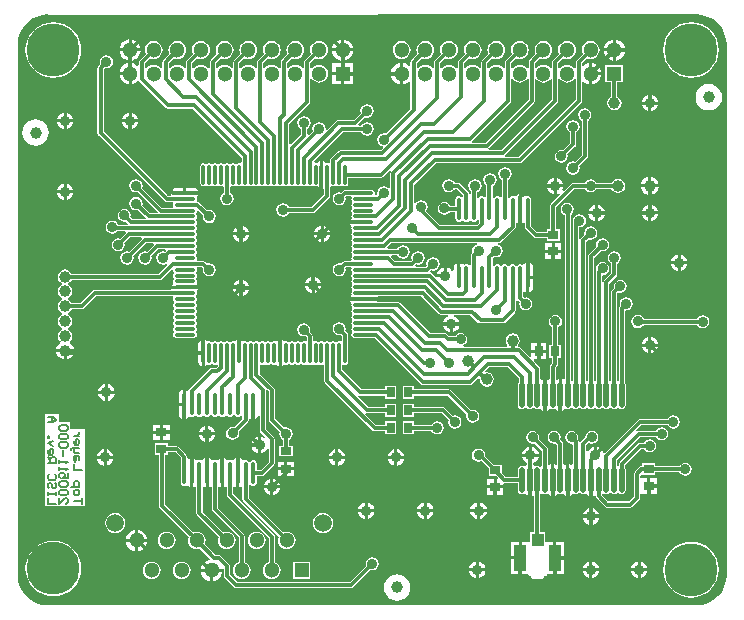
<source format=gtl>
%FSLAX43Y43*%
%MOMM*%
G71*
G01*
G75*
G04 Layer_Physical_Order=1*
G04 Layer_Color=255*
%ADD10C,0.305*%
%ADD11C,1.000*%
%ADD12O,0.350X2.000*%
%ADD13R,0.700X0.900*%
%ADD14R,0.900X0.800*%
%ADD15R,0.800X0.900*%
%ADD16R,0.900X0.700*%
%ADD17O,1.800X0.300*%
%ADD18O,0.300X1.800*%
%ADD19O,0.450X2.200*%
%ADD20R,1.050X2.200*%
%ADD21R,1.000X1.050*%
%ADD22C,0.127*%
%ADD23C,4.500*%
%ADD24C,1.500*%
%ADD25C,1.300*%
%ADD26R,1.300X1.300*%
%ADD27C,0.889*%
G36*
X3000Y50000D02*
X2540D01*
Y50000D01*
X2528Y50011D01*
X2042Y49963D01*
X1563Y49818D01*
X1122Y49582D01*
X735Y49265D01*
X418Y48878D01*
X182Y48437D01*
X37Y47958D01*
X-12Y47460D01*
X-0Y3500D01*
Y2540D01*
X-0D01*
X-11Y2528D01*
X37Y2042D01*
X182Y1563D01*
X418Y1122D01*
X735Y735D01*
X1122Y418D01*
X1563Y182D01*
X2042Y37D01*
X2540Y-12D01*
X57000Y0D01*
X57460D01*
Y0D01*
X57472Y-11D01*
X57958Y37D01*
X58437Y182D01*
X58878Y418D01*
X59265Y735D01*
X59582Y1122D01*
X59818Y1563D01*
X59963Y2042D01*
X60012Y2540D01*
X60000Y2770D01*
Y47000D01*
Y47460D01*
X60000D01*
X60011Y47472D01*
X59963Y47958D01*
X59818Y48437D01*
X59582Y48878D01*
X59265Y49265D01*
X58878Y49582D01*
X58437Y49818D01*
X57958Y49963D01*
X57460Y50012D01*
X3000Y50000D01*
D02*
G37*
%LPC*%
G36*
X32127Y13188D02*
X32182Y13181D01*
X32352Y13110D01*
X32498Y12998D01*
X32610Y12852D01*
X32681Y12682D01*
X32688Y12627D01*
X32127D01*
Y13188D01*
D02*
G37*
G36*
X31873D02*
Y12627D01*
X31312D01*
X31319Y12682D01*
X31390Y12852D01*
X31502Y12998D01*
X31648Y13110D01*
X31818Y13181D01*
X31873Y13188D01*
D02*
G37*
G36*
X27127D02*
X27182Y13181D01*
X27352Y13110D01*
X27498Y12998D01*
X27610Y12852D01*
X27681Y12682D01*
X27688Y12627D01*
X27127D01*
Y13188D01*
D02*
G37*
G36*
X17452Y12437D02*
X17492Y12429D01*
X17634Y12334D01*
X17665Y12288D01*
X17682Y12279D01*
X17834Y12264D01*
X17867Y12286D01*
X17975Y12307D01*
X18083Y12286D01*
X18116Y12264D01*
X18268Y12279D01*
X18285Y12288D01*
X18316Y12334D01*
X18458Y12429D01*
X18498Y12437D01*
Y11200D01*
Y9963D01*
X18458Y9971D01*
X18361Y10035D01*
X18234Y9976D01*
Y9432D01*
X21683Y5983D01*
X21740Y5899D01*
X21759Y5800D01*
Y3628D01*
X21859Y3587D01*
X22016Y3466D01*
X22137Y3309D01*
X22213Y3126D01*
X22238Y2930D01*
X22213Y2734D01*
X22137Y2551D01*
X22016Y2394D01*
X21859Y2273D01*
X21676Y2197D01*
X21480Y2172D01*
X21284Y2197D01*
X21101Y2273D01*
X20944Y2394D01*
X20823Y2551D01*
X20747Y2734D01*
X20722Y2930D01*
X20747Y3126D01*
X20823Y3309D01*
X20944Y3466D01*
X21101Y3587D01*
X21240Y3645D01*
Y5693D01*
X17792Y9142D01*
X17735Y9226D01*
X17715Y9325D01*
Y9976D01*
X17588Y10035D01*
X17492Y9971D01*
X17452Y9963D01*
Y11200D01*
Y12437D01*
D02*
G37*
G36*
X16152D02*
X16192Y12429D01*
X16334Y12334D01*
X16365Y12288D01*
X16382Y12279D01*
X16534Y12264D01*
X16567Y12286D01*
X16675Y12307D01*
X16783Y12286D01*
X16816Y12264D01*
X16968Y12279D01*
X16985Y12288D01*
X17016Y12334D01*
X17158Y12429D01*
X17198Y12437D01*
Y11200D01*
Y9963D01*
X17158Y9971D01*
X17061Y10035D01*
X16934Y9976D01*
Y8232D01*
X19123Y6043D01*
X19180Y5959D01*
X19199Y5860D01*
Y3636D01*
X19319Y3587D01*
X19476Y3466D01*
X19597Y3309D01*
X19673Y3126D01*
X19698Y2930D01*
X19673Y2734D01*
X19597Y2551D01*
X19476Y2394D01*
X19319Y2273D01*
X19136Y2197D01*
X18940Y2172D01*
X18744Y2197D01*
X18561Y2273D01*
X18404Y2394D01*
X18283Y2551D01*
X18207Y2734D01*
X18181Y2930D01*
X18207Y3126D01*
X18283Y3309D01*
X18404Y3466D01*
X18561Y3587D01*
X18681Y3636D01*
Y5753D01*
X16492Y7942D01*
X16435Y8026D01*
X16416Y8125D01*
Y9976D01*
X16288Y10035D01*
X16192Y9971D01*
X16152Y9963D01*
Y11200D01*
Y12437D01*
D02*
G37*
G36*
X14852D02*
X14892Y12429D01*
X15034Y12334D01*
X15065Y12288D01*
X15082Y12279D01*
X15234Y12264D01*
X15267Y12286D01*
X15375Y12307D01*
X15483Y12286D01*
X15516Y12264D01*
X15668Y12279D01*
X15685Y12288D01*
X15716Y12334D01*
X15858Y12429D01*
X15898Y12437D01*
Y11200D01*
Y9963D01*
X15858Y9971D01*
X15761Y10035D01*
X15634Y9976D01*
Y7872D01*
X17354Y6153D01*
X17474Y6203D01*
X17670Y6228D01*
X17866Y6203D01*
X18049Y6127D01*
X18206Y6006D01*
X18327Y5849D01*
X18403Y5666D01*
X18428Y5470D01*
X18403Y5274D01*
X18327Y5091D01*
X18206Y4934D01*
X18049Y4813D01*
X17866Y4737D01*
X17670Y4712D01*
X17474Y4737D01*
X17291Y4813D01*
X17134Y4934D01*
X17013Y5091D01*
X16937Y5274D01*
X16912Y5470D01*
X16937Y5666D01*
X16987Y5786D01*
X15191Y7582D01*
X15135Y7666D01*
X15116Y7765D01*
Y9976D01*
X14988Y10035D01*
X14892Y9971D01*
X14852Y9963D01*
Y11200D01*
Y12437D01*
D02*
G37*
G36*
X26873Y13188D02*
Y12627D01*
X26312D01*
X26319Y12682D01*
X26390Y12852D01*
X26502Y12998D01*
X26648Y13110D01*
X26818Y13181D01*
X26873Y13188D01*
D02*
G37*
G36*
X43273Y13388D02*
Y12827D01*
X42712D01*
X42719Y12882D01*
X42790Y13052D01*
X42902Y13198D01*
X43048Y13310D01*
X43218Y13381D01*
X43273Y13388D01*
D02*
G37*
G36*
X19776Y13413D02*
X20337D01*
Y12852D01*
X20282Y12859D01*
X20112Y12930D01*
X19966Y13042D01*
X19854Y13188D01*
X19783Y13358D01*
X19776Y13413D01*
D02*
G37*
G36*
X45400Y14757D02*
X45613Y14715D01*
X45794Y14594D01*
X45915Y14413D01*
X45957Y14200D01*
X45926Y14041D01*
X46108Y13858D01*
X46165Y13774D01*
X46184Y13675D01*
Y11943D01*
X46311Y11875D01*
X46388Y11926D01*
X46448Y11938D01*
Y10600D01*
Y9262D01*
X46388Y9274D01*
X46230Y9380D01*
X46158Y9487D01*
X46053Y9417D01*
X45925Y9392D01*
X45797Y9417D01*
X45692Y9487D01*
X45620Y9380D01*
X45462Y9274D01*
X45402Y9262D01*
Y10600D01*
Y11938D01*
X45462Y11926D01*
X45539Y11875D01*
X45666Y11943D01*
Y13568D01*
X45559Y13674D01*
X45400Y13643D01*
X45187Y13685D01*
X45006Y13806D01*
X44885Y13987D01*
X44843Y14200D01*
X44885Y14413D01*
X45006Y14594D01*
X45187Y14715D01*
X45400Y14757D01*
D02*
G37*
G36*
X7527Y13188D02*
X7582Y13181D01*
X7752Y13110D01*
X7898Y12998D01*
X8010Y12852D01*
X8081Y12682D01*
X8088Y12627D01*
X7527D01*
Y13188D01*
D02*
G37*
G36*
X7273D02*
Y12627D01*
X6712D01*
X6719Y12682D01*
X6790Y12852D01*
X6902Y12998D01*
X7048Y13110D01*
X7218Y13181D01*
X7273Y13188D01*
D02*
G37*
G36*
X43527Y13388D02*
X43582Y13381D01*
X43752Y13310D01*
X43898Y13198D01*
X44010Y13052D01*
X44081Y12882D01*
X44088Y12827D01*
X43527D01*
Y13388D01*
D02*
G37*
G36*
X6712Y12373D02*
X7273D01*
Y11812D01*
X7218Y11819D01*
X7048Y11890D01*
X6902Y12002D01*
X6790Y12148D01*
X6719Y12318D01*
X6712Y12373D01*
D02*
G37*
G36*
X53527Y10754D02*
X54104D01*
Y10227D01*
X53527D01*
Y10754D01*
D02*
G37*
G36*
X22827Y11423D02*
X23404D01*
Y10946D01*
X22827D01*
Y11423D01*
D02*
G37*
G36*
X21996D02*
X22573D01*
Y10946D01*
X21996D01*
Y11423D01*
D02*
G37*
G36*
X39696Y10654D02*
X40273D01*
Y10127D01*
X39696D01*
Y10654D01*
D02*
G37*
G36*
X21627Y10688D02*
X21682Y10681D01*
X21852Y10610D01*
X21998Y10498D01*
X22110Y10352D01*
X22181Y10182D01*
X22188Y10127D01*
X21627D01*
Y10688D01*
D02*
G37*
G36*
X21373D02*
Y10127D01*
X20812D01*
X20819Y10182D01*
X20890Y10352D01*
X21002Y10498D01*
X21148Y10610D01*
X21318Y10681D01*
X21373Y10688D01*
D02*
G37*
G36*
X22827Y12154D02*
X23404D01*
Y11677D01*
X22827D01*
Y12154D01*
D02*
G37*
G36*
X27127Y12373D02*
X27688D01*
X27681Y12318D01*
X27610Y12148D01*
X27498Y12002D01*
X27352Y11890D01*
X27182Y11819D01*
X27127Y11812D01*
Y12373D01*
D02*
G37*
G36*
X26312D02*
X26873D01*
Y11812D01*
X26818Y11819D01*
X26648Y11890D01*
X26502Y12002D01*
X26390Y12148D01*
X26319Y12318D01*
X26312Y12373D01*
D02*
G37*
G36*
X7527D02*
X8088D01*
X8081Y12318D01*
X8010Y12148D01*
X7898Y12002D01*
X7752Y11890D01*
X7582Y11819D01*
X7527Y11812D01*
Y12373D01*
D02*
G37*
G36*
X21996Y12154D02*
X22573D01*
Y11677D01*
X21996D01*
Y12154D01*
D02*
G37*
G36*
X32127Y12373D02*
X32688D01*
X32681Y12318D01*
X32610Y12148D01*
X32498Y12002D01*
X32352Y11890D01*
X32182Y11819D01*
X32127Y11812D01*
Y12373D01*
D02*
G37*
G36*
X31312D02*
X31873D01*
Y11812D01*
X31818Y11819D01*
X31648Y11890D01*
X31502Y12002D01*
X31390Y12148D01*
X31319Y12318D01*
X31312Y12373D01*
D02*
G37*
G36*
X32598Y18552D02*
X33502D01*
Y18259D01*
X36500D01*
X36599Y18240D01*
X36683Y18183D01*
X38341Y16526D01*
X38500Y16557D01*
X38713Y16515D01*
X38894Y16394D01*
X39015Y16213D01*
X39057Y16000D01*
X39015Y15787D01*
X38894Y15606D01*
X38713Y15485D01*
X38500Y15443D01*
X38287Y15485D01*
X38106Y15606D01*
X37985Y15787D01*
X37943Y16000D01*
X37974Y16159D01*
X36393Y17741D01*
X33502D01*
Y17448D01*
X32598D01*
Y18552D01*
D02*
G37*
G36*
X7627Y18688D02*
X7682Y18681D01*
X7852Y18610D01*
X7998Y18498D01*
X8110Y18352D01*
X8181Y18182D01*
X8188Y18127D01*
X7627D01*
Y18688D01*
D02*
G37*
G36*
X7373D02*
Y18127D01*
X6812D01*
X6819Y18182D01*
X6890Y18352D01*
X7002Y18498D01*
X7148Y18610D01*
X7318Y18681D01*
X7373Y18688D01*
D02*
G37*
G36*
X13948Y18237D02*
Y17127D01*
X13638D01*
Y17825D01*
X13671Y17992D01*
X13766Y18134D01*
X13908Y18229D01*
X13948Y18237D01*
D02*
G37*
G36*
X7627Y17873D02*
X8188D01*
X8181Y17818D01*
X8110Y17648D01*
X7998Y17502D01*
X7852Y17390D01*
X7682Y17319D01*
X7627Y17312D01*
Y17873D01*
D02*
G37*
G36*
X6812D02*
X7373D01*
Y17312D01*
X7318Y17319D01*
X7148Y17390D01*
X7002Y17502D01*
X6890Y17648D01*
X6819Y17818D01*
X6812Y17873D01*
D02*
G37*
G36*
X46500Y34057D02*
X46713Y34015D01*
X46894Y33894D01*
X47015Y33713D01*
X47057Y33500D01*
X47015Y33287D01*
X46894Y33106D01*
X46834Y33066D01*
Y19051D01*
X46900Y19013D01*
X46965Y19051D01*
Y32225D01*
X46985Y32324D01*
X47008Y32358D01*
X47021Y32378D01*
X46988Y32545D01*
X47030Y32758D01*
X47151Y32939D01*
X47332Y33060D01*
X47545Y33102D01*
X47758Y33060D01*
X47939Y32939D01*
X48060Y32758D01*
X48102Y32545D01*
X48060Y32332D01*
X47939Y32151D01*
X47758Y32030D01*
X47545Y31988D01*
X47484Y31938D01*
Y19051D01*
X47550Y19013D01*
X47616Y19051D01*
Y30875D01*
X47635Y30974D01*
X47692Y31058D01*
X47974Y31341D01*
X47943Y31500D01*
X47985Y31713D01*
X48106Y31894D01*
X48287Y32015D01*
X48500Y32057D01*
X48713Y32015D01*
X48894Y31894D01*
X49015Y31713D01*
X49057Y31500D01*
X49015Y31287D01*
X48894Y31106D01*
X48713Y30985D01*
X48500Y30943D01*
X48341Y30974D01*
X48134Y30768D01*
Y19051D01*
X48200Y19013D01*
X48265Y19051D01*
Y29525D01*
X48285Y29624D01*
X48308Y29658D01*
X48341Y29708D01*
X48974Y30341D01*
X48943Y30500D01*
X48985Y30713D01*
X49106Y30894D01*
X49287Y31015D01*
X49500Y31057D01*
X49713Y31015D01*
X49894Y30894D01*
X50015Y30713D01*
X50057Y30500D01*
X50015Y30287D01*
X49894Y30106D01*
X49713Y29985D01*
X49500Y29943D01*
X49341Y29974D01*
X48784Y29418D01*
Y19051D01*
X48850Y19013D01*
X48916Y19051D01*
Y28175D01*
X48935Y28274D01*
X48976Y28335D01*
X48943Y28500D01*
X48985Y28713D01*
X49106Y28894D01*
X49287Y29015D01*
X49500Y29057D01*
X49713Y29015D01*
X49894Y28894D01*
X50015Y28713D01*
X50057Y28500D01*
X50015Y28287D01*
X49894Y28106D01*
X49713Y27985D01*
X49500Y27943D01*
X49434Y27889D01*
Y19051D01*
X49500Y19013D01*
X49565Y19051D01*
Y27325D01*
X49585Y27424D01*
X49641Y27508D01*
X50241Y28107D01*
Y28916D01*
X50106Y29006D01*
X49985Y29187D01*
X49943Y29400D01*
X49985Y29613D01*
X50106Y29794D01*
X50287Y29915D01*
X50500Y29957D01*
X50713Y29915D01*
X50894Y29794D01*
X51015Y29613D01*
X51057Y29400D01*
X51015Y29187D01*
X50894Y29006D01*
X50759Y28916D01*
Y28000D01*
X50740Y27901D01*
X50683Y27817D01*
X50084Y27218D01*
Y19051D01*
X50150Y19013D01*
X50215Y19051D01*
Y26475D01*
X50235Y26574D01*
X50292Y26658D01*
X50474Y26841D01*
X50443Y27000D01*
X50485Y27213D01*
X50606Y27394D01*
X50787Y27515D01*
X51000Y27557D01*
X51213Y27515D01*
X51394Y27394D01*
X51515Y27213D01*
X51557Y27000D01*
X51515Y26787D01*
X51394Y26606D01*
X51213Y26485D01*
X51000Y26443D01*
X50841Y26474D01*
X50734Y26368D01*
Y19051D01*
X50800Y19013D01*
X50866Y19051D01*
Y25125D01*
X50885Y25224D01*
X50908Y25258D01*
X50942Y25308D01*
X50974Y25341D01*
X50943Y25500D01*
X50985Y25713D01*
X51106Y25894D01*
X51287Y26015D01*
X51500Y26057D01*
X51713Y26015D01*
X51894Y25894D01*
X52015Y25713D01*
X52057Y25500D01*
X52015Y25287D01*
X51894Y25106D01*
X51713Y24985D01*
X51500Y24943D01*
X51483Y24946D01*
X51384Y24866D01*
Y18875D01*
X51433Y18803D01*
X51458Y18675D01*
Y16925D01*
X51433Y16797D01*
X51361Y16689D01*
X51253Y16617D01*
X51125Y16592D01*
X50997Y16617D01*
X50889Y16689D01*
X50876Y16709D01*
X50724D01*
X50711Y16689D01*
X50603Y16617D01*
X50475Y16592D01*
X50347Y16617D01*
X50239Y16689D01*
X50226Y16709D01*
X50074D01*
X50061Y16689D01*
X49953Y16617D01*
X49825Y16592D01*
X49697Y16617D01*
X49589Y16689D01*
X49576Y16709D01*
X49424D01*
X49411Y16689D01*
X49303Y16617D01*
X49175Y16592D01*
X49047Y16617D01*
X48939Y16689D01*
X48926Y16709D01*
X48774D01*
X48761Y16689D01*
X48653Y16617D01*
X48525Y16592D01*
X48397Y16617D01*
X48289Y16689D01*
X48276Y16709D01*
X48124D01*
X48111Y16689D01*
X48003Y16617D01*
X47875Y16592D01*
X47747Y16617D01*
X47639Y16689D01*
X47626Y16709D01*
X47474D01*
X47461Y16689D01*
X47353Y16617D01*
X47225Y16592D01*
X47097Y16617D01*
X46989Y16689D01*
X46976Y16709D01*
X46824D01*
X46811Y16689D01*
X46703Y16617D01*
X46575Y16592D01*
X46447Y16617D01*
X46342Y16687D01*
X46270Y16580D01*
X46112Y16474D01*
X46052Y16462D01*
Y17800D01*
Y19138D01*
X46112Y19126D01*
X46188Y19075D01*
X46315Y19143D01*
Y32979D01*
X46287Y32985D01*
X46106Y33106D01*
X45985Y33287D01*
X45943Y33500D01*
X45985Y33713D01*
X46106Y33894D01*
X46287Y34015D01*
X46500Y34057D01*
D02*
G37*
G36*
X4127Y21423D02*
X4744D01*
X4735Y21353D01*
X4659Y21170D01*
X4538Y21012D01*
X4380Y20891D01*
X4197Y20815D01*
X4127Y20806D01*
Y21423D01*
D02*
G37*
G36*
X3256D02*
X3873D01*
Y20806D01*
X3803Y20815D01*
X3620Y20891D01*
X3462Y21012D01*
X3341Y21170D01*
X3265Y21353D01*
X3256Y21423D01*
D02*
G37*
G36*
X53627Y21873D02*
X54188D01*
X54181Y21818D01*
X54110Y21648D01*
X53998Y21502D01*
X53852Y21390D01*
X53682Y21319D01*
X53627Y21312D01*
Y21873D01*
D02*
G37*
G36*
X45514Y24571D02*
X45727Y24529D01*
X45908Y24408D01*
X46029Y24227D01*
X46071Y24014D01*
X46029Y23801D01*
X45908Y23620D01*
X45759Y23521D01*
Y22052D01*
X46002D01*
Y20948D01*
X45759D01*
Y20400D01*
X45740Y20301D01*
X45683Y20217D01*
X45534Y20068D01*
Y19143D01*
X45661Y19075D01*
X45738Y19126D01*
X45798Y19138D01*
Y17800D01*
Y16462D01*
X45738Y16474D01*
X45580Y16580D01*
X45508Y16687D01*
X45403Y16617D01*
X45275Y16592D01*
X45147Y16617D01*
X45042Y16687D01*
X44970Y16580D01*
X44812Y16474D01*
X44752Y16462D01*
Y17800D01*
Y19138D01*
X44812Y19126D01*
X44889Y19075D01*
X45015Y19143D01*
Y20175D01*
X45035Y20274D01*
X45058Y20308D01*
X45091Y20358D01*
X45241Y20507D01*
Y20948D01*
X44998D01*
Y22052D01*
X45241D01*
Y23539D01*
X45120Y23620D01*
X44999Y23801D01*
X44957Y24014D01*
X44999Y24227D01*
X45120Y24408D01*
X45301Y24529D01*
X45514Y24571D01*
D02*
G37*
G36*
X15288Y21223D02*
X15573D01*
Y20213D01*
X15542Y20219D01*
X15409Y20309D01*
X15319Y20442D01*
X15288Y20600D01*
Y21223D01*
D02*
G37*
G36*
X44227Y21373D02*
X44754D01*
Y20796D01*
X44227D01*
Y21373D01*
D02*
G37*
G36*
X32598Y17052D02*
X33502D01*
Y16759D01*
X36000D01*
X36099Y16740D01*
X36183Y16683D01*
X36841Y16026D01*
X37000Y16057D01*
X37213Y16015D01*
X37394Y15894D01*
X37515Y15713D01*
X37557Y15500D01*
X37515Y15287D01*
X37394Y15106D01*
X37213Y14985D01*
X37000Y14943D01*
X36787Y14985D01*
X36606Y15106D01*
X36485Y15287D01*
X36443Y15500D01*
X36474Y15659D01*
X35893Y16241D01*
X33502D01*
Y15948D01*
X32598D01*
Y17052D01*
D02*
G37*
G36*
X15312Y14373D02*
X15873D01*
Y13812D01*
X15818Y13819D01*
X15648Y13890D01*
X15502Y14002D01*
X15390Y14148D01*
X15319Y14318D01*
X15312Y14373D01*
D02*
G37*
G36*
X12279Y14485D02*
X12856D01*
Y13958D01*
X12279D01*
Y14485D01*
D02*
G37*
G36*
X11448D02*
X12025D01*
Y13958D01*
X11448D01*
Y14485D01*
D02*
G37*
G36*
X43600Y14757D02*
X43813Y14715D01*
X43994Y14594D01*
X44115Y14413D01*
X44157Y14200D01*
X44126Y14041D01*
X44808Y13358D01*
X44865Y13274D01*
X44884Y13175D01*
Y11943D01*
X45011Y11875D01*
X45088Y11926D01*
X45148Y11938D01*
Y10600D01*
Y9262D01*
X45088Y9274D01*
X44930Y9380D01*
X44858Y9487D01*
X44753Y9417D01*
X44625Y9392D01*
X44497Y9417D01*
X44389Y9489D01*
X44269Y9445D01*
X44234Y9418D01*
Y6152D01*
X44602D01*
Y5434D01*
X44696Y5354D01*
X44729Y5354D01*
X45348D01*
Y4000D01*
Y2646D01*
X44796D01*
Y2603D01*
X44764Y2525D01*
X44686Y2493D01*
X44517D01*
Y2349D01*
X44484Y2271D01*
X44406Y2239D01*
X43594D01*
X43516Y2271D01*
X43483Y2349D01*
Y2493D01*
X43314D01*
X43236Y2525D01*
X43204Y2603D01*
Y2646D01*
X42652D01*
Y4000D01*
Y5354D01*
X43271D01*
X43304Y5354D01*
X43398Y5434D01*
Y6152D01*
X43715D01*
Y9257D01*
X43589Y9325D01*
X43512Y9274D01*
X43452Y9262D01*
Y10600D01*
X43198D01*
Y9262D01*
X43138Y9274D01*
X42980Y9380D01*
X42908Y9487D01*
X42803Y9417D01*
X42675Y9392D01*
X42547Y9417D01*
X42439Y9489D01*
X42367Y9597D01*
X42342Y9725D01*
Y10341D01*
X41200D01*
X41104Y10262D01*
Y10127D01*
X40527D01*
Y10654D01*
X40613D01*
X40662Y10771D01*
X40535Y10898D01*
X39848D01*
Y11585D01*
X39234Y12199D01*
X39213Y12185D01*
X39000Y12143D01*
X38787Y12185D01*
X38606Y12306D01*
X38485Y12487D01*
X38443Y12700D01*
X38485Y12913D01*
X38606Y13094D01*
X38787Y13215D01*
X39000Y13257D01*
X39213Y13215D01*
X39394Y13094D01*
X39515Y12913D01*
X39557Y12700D01*
X39542Y12625D01*
X40265Y11902D01*
X40952D01*
Y11215D01*
X41307Y10859D01*
X42342D01*
Y11475D01*
X42367Y11603D01*
X42439Y11711D01*
X42547Y11783D01*
X42675Y11808D01*
X42803Y11783D01*
X42908Y11713D01*
X42980Y11820D01*
X43128Y11919D01*
X43136Y11971D01*
X43133Y12055D01*
X43048Y12090D01*
X42902Y12202D01*
X42790Y12348D01*
X42719Y12518D01*
X42712Y12573D01*
X44088D01*
X44081Y12518D01*
X44010Y12348D01*
X43898Y12202D01*
X43752Y12090D01*
X43594Y12024D01*
X43578Y11982D01*
X43567Y11889D01*
X43670Y11820D01*
X43742Y11713D01*
X43847Y11783D01*
X43975Y11808D01*
X44103Y11783D01*
X44211Y11711D01*
X44331Y11755D01*
X44366Y11782D01*
Y13068D01*
X43759Y13674D01*
X43600Y13643D01*
X43387Y13685D01*
X43206Y13806D01*
X43085Y13987D01*
X43043Y14200D01*
X43085Y14413D01*
X43206Y14594D01*
X43387Y14715D01*
X43600Y14757D01*
D02*
G37*
G36*
X20337Y14228D02*
Y13667D01*
X19776D01*
X19783Y13722D01*
X19854Y13892D01*
X19966Y14038D01*
X20112Y14150D01*
X20282Y14221D01*
X20337Y14228D01*
D02*
G37*
G36*
X16127Y14373D02*
X16688D01*
X16681Y14318D01*
X16610Y14148D01*
X16498Y14002D01*
X16352Y13890D01*
X16182Y13819D01*
X16127Y13812D01*
Y14373D01*
D02*
G37*
G36*
X35500Y15557D02*
X35713Y15515D01*
X35894Y15394D01*
X36015Y15213D01*
X36057Y15000D01*
X36015Y14787D01*
X35894Y14606D01*
X35713Y14485D01*
X35500Y14443D01*
X35287Y14485D01*
X35106Y14606D01*
X35016Y14741D01*
X33502D01*
Y14448D01*
X32598D01*
Y15552D01*
X33502D01*
Y15259D01*
X35016D01*
X35106Y15394D01*
X35287Y15515D01*
X35500Y15557D01*
D02*
G37*
G36*
X12279Y15266D02*
X12856D01*
Y14739D01*
X12279D01*
Y15266D01*
D02*
G37*
G36*
X11448D02*
X12025D01*
Y14739D01*
X11448D01*
Y15266D01*
D02*
G37*
G36*
X13638Y16873D02*
X13948D01*
Y15763D01*
X13908Y15771D01*
X13766Y15866D01*
X13671Y16008D01*
X13638Y16175D01*
Y16873D01*
D02*
G37*
G36*
X16127Y15188D02*
X16182Y15181D01*
X16352Y15110D01*
X16498Y14998D01*
X16610Y14852D01*
X16681Y14682D01*
X16688Y14627D01*
X16127D01*
Y15188D01*
D02*
G37*
G36*
X15873D02*
Y14627D01*
X15312D01*
X15319Y14682D01*
X15390Y14852D01*
X15502Y14998D01*
X15648Y15110D01*
X15818Y15181D01*
X15873Y15188D01*
D02*
G37*
G36*
X55500Y16057D02*
X55713Y16015D01*
X55894Y15894D01*
X56015Y15713D01*
X56057Y15500D01*
X56015Y15287D01*
X55894Y15106D01*
X55713Y14985D01*
X55500Y14943D01*
X55287Y14985D01*
X55106Y15106D01*
X55016Y15241D01*
X52807D01*
X52376Y14809D01*
X52457Y14711D01*
X52501Y14740D01*
X52600Y14759D01*
X54016D01*
X54106Y14894D01*
X54287Y15015D01*
X54500Y15057D01*
X54713Y15015D01*
X54894Y14894D01*
X55015Y14713D01*
X55057Y14500D01*
X55015Y14287D01*
X54894Y14106D01*
X54713Y13985D01*
X54500Y13943D01*
X54287Y13985D01*
X54106Y14106D01*
X54016Y14241D01*
X52707D01*
X50734Y12268D01*
Y11851D01*
X50800Y11813D01*
X50866Y11851D01*
Y11925D01*
X50885Y12024D01*
X50942Y12108D01*
X52517Y13683D01*
X52601Y13740D01*
X52700Y13759D01*
X53016D01*
X53106Y13894D01*
X53287Y14015D01*
X53500Y14057D01*
X53713Y14015D01*
X53894Y13894D01*
X54015Y13713D01*
X54057Y13500D01*
X54015Y13287D01*
X53894Y13106D01*
X53713Y12985D01*
X53500Y12943D01*
X53287Y12985D01*
X53106Y13106D01*
X53016Y13241D01*
X52807D01*
X51384Y11818D01*
Y11675D01*
X51433Y11603D01*
X51458Y11475D01*
Y9725D01*
X51433Y9597D01*
X51361Y9489D01*
X51253Y9417D01*
X51125Y9392D01*
X50997Y9417D01*
X50889Y9489D01*
X50876Y9509D01*
X50724D01*
X50711Y9489D01*
X50603Y9417D01*
X50475Y9392D01*
X50347Y9417D01*
X50239Y9489D01*
X50226Y9509D01*
X50074D01*
X50061Y9489D01*
X49953Y9417D01*
X49825Y9392D01*
X49697Y9417D01*
X49589Y9489D01*
X49469Y9445D01*
X49469Y9445D01*
X49463Y9304D01*
X49995Y8771D01*
X51704D01*
X52140Y9207D01*
Y11100D01*
X52160Y11199D01*
X52216Y11283D01*
X52617Y11683D01*
X52701Y11740D01*
X52800Y11759D01*
X52848D01*
Y12002D01*
X53952D01*
Y11759D01*
X56016D01*
X56106Y11894D01*
X56287Y12015D01*
X56500Y12057D01*
X56713Y12015D01*
X56894Y11894D01*
X57015Y11713D01*
X57057Y11500D01*
X57015Y11287D01*
X56894Y11106D01*
X56713Y10985D01*
X56500Y10943D01*
X56287Y10985D01*
X56106Y11106D01*
X56016Y11241D01*
X53952D01*
Y10998D01*
X52848D01*
Y10998D01*
X52723Y11019D01*
X52659Y10969D01*
Y10866D01*
X52696Y10754D01*
X52786Y10754D01*
X53273D01*
Y10100D01*
Y9446D01*
X52786D01*
X52696Y9446D01*
X52659Y9334D01*
D01*
Y9100D01*
X52640Y9001D01*
X52583Y8917D01*
X51995Y8329D01*
X51911Y8272D01*
X51812Y8253D01*
X49888D01*
X49789Y8272D01*
X49704Y8329D01*
X48992Y9042D01*
X48935Y9126D01*
X48916Y9225D01*
Y9257D01*
X48789Y9325D01*
X48712Y9274D01*
X48652Y9262D01*
Y10600D01*
X48398D01*
Y9262D01*
X48338Y9274D01*
X48180Y9380D01*
X48108Y9487D01*
X48003Y9417D01*
X47875Y9392D01*
X47747Y9417D01*
X47639Y9489D01*
X47626Y9509D01*
X47474D01*
X47461Y9489D01*
X47353Y9417D01*
X47225Y9392D01*
X47097Y9417D01*
X46992Y9487D01*
X46920Y9380D01*
X46762Y9274D01*
X46702Y9262D01*
Y10600D01*
Y11938D01*
X46762Y11926D01*
X46839Y11875D01*
X46965Y11943D01*
Y13589D01*
X46900Y13643D01*
X46687Y13685D01*
X46506Y13806D01*
X46385Y13987D01*
X46343Y14200D01*
X46385Y14413D01*
X46506Y14594D01*
X46687Y14715D01*
X46900Y14757D01*
X47113Y14715D01*
X47294Y14594D01*
X47415Y14413D01*
X47457Y14200D01*
X47424Y14035D01*
X47465Y13974D01*
X47484Y13875D01*
Y11851D01*
X47550Y11813D01*
X47616Y11851D01*
Y13675D01*
X47635Y13774D01*
X47692Y13858D01*
X48045Y14212D01*
X48085Y14413D01*
X48206Y14594D01*
X48387Y14715D01*
X48600Y14757D01*
X48813Y14715D01*
X48994Y14594D01*
X49115Y14413D01*
X49157Y14200D01*
X49115Y13987D01*
X48994Y13806D01*
X48813Y13685D01*
X48600Y13643D01*
X48387Y13685D01*
X48306Y13739D01*
X48134Y13568D01*
Y13009D01*
X48261Y12984D01*
X48290Y13052D01*
X48402Y13198D01*
X48548Y13310D01*
X48718Y13381D01*
X48773Y13388D01*
Y12700D01*
X49027D01*
Y13388D01*
X49082Y13381D01*
X49252Y13310D01*
X49398Y13198D01*
X49510Y13052D01*
X49567Y12914D01*
X49661Y12879D01*
X49709Y12876D01*
X52517Y15683D01*
X52601Y15740D01*
X52700Y15759D01*
X55016D01*
X55106Y15894D01*
X55287Y16015D01*
X55500Y16057D01*
D02*
G37*
G36*
X53527Y9973D02*
X54104D01*
Y9446D01*
X53527D01*
Y9973D01*
D02*
G37*
G36*
X52473Y3688D02*
Y3127D01*
X51912D01*
X51919Y3182D01*
X51990Y3352D01*
X52102Y3498D01*
X52248Y3610D01*
X52418Y3681D01*
X52473Y3688D01*
D02*
G37*
G36*
X48627D02*
X48682Y3681D01*
X48852Y3610D01*
X48998Y3498D01*
X49110Y3352D01*
X49181Y3182D01*
X49188Y3127D01*
X48627D01*
Y3688D01*
D02*
G37*
G36*
X48373D02*
Y3127D01*
X47812D01*
X47819Y3182D01*
X47890Y3352D01*
X48002Y3498D01*
X48148Y3610D01*
X48318Y3681D01*
X48373Y3688D01*
D02*
G37*
G36*
X45602Y3873D02*
X46254D01*
Y2646D01*
X45602D01*
Y3873D01*
D02*
G37*
G36*
X41746D02*
X42398D01*
Y2646D01*
X41746D01*
Y3873D01*
D02*
G37*
G36*
X52727Y3688D02*
X52782Y3681D01*
X52952Y3610D01*
X53098Y3498D01*
X53210Y3352D01*
X53281Y3182D01*
X53288Y3127D01*
X52727D01*
Y3688D01*
D02*
G37*
G36*
X39027D02*
X39082Y3681D01*
X39252Y3610D01*
X39398Y3498D01*
X39510Y3352D01*
X39581Y3182D01*
X39588Y3127D01*
X39027D01*
Y3688D01*
D02*
G37*
G36*
X10177Y5343D02*
X10945D01*
X10931Y5234D01*
X10840Y5014D01*
X10695Y4825D01*
X10506Y4680D01*
X10286Y4589D01*
X10177Y4575D01*
Y5343D01*
D02*
G37*
G36*
X9155D02*
X9923D01*
Y4575D01*
X9814Y4589D01*
X9594Y4680D01*
X9405Y4825D01*
X9260Y5014D01*
X9169Y5234D01*
X9155Y5343D01*
D02*
G37*
G36*
X20210Y6228D02*
X20406Y6203D01*
X20589Y6127D01*
X20746Y6006D01*
X20867Y5849D01*
X20943Y5666D01*
X20968Y5470D01*
X20943Y5274D01*
X20867Y5091D01*
X20746Y4934D01*
X20589Y4813D01*
X20406Y4737D01*
X20210Y4712D01*
X20014Y4737D01*
X19831Y4813D01*
X19674Y4934D01*
X19553Y5091D01*
X19477Y5274D01*
X19451Y5470D01*
X19477Y5666D01*
X19553Y5849D01*
X19674Y6006D01*
X19831Y6127D01*
X20014Y6203D01*
X20210Y6228D01*
D02*
G37*
G36*
X38773Y3688D02*
Y3127D01*
X38212D01*
X38219Y3182D01*
X38290Y3352D01*
X38402Y3498D01*
X38548Y3610D01*
X38718Y3681D01*
X38773Y3688D01*
D02*
G37*
G36*
X45602Y5354D02*
X46254D01*
Y4127D01*
X45602D01*
Y5354D01*
D02*
G37*
G36*
X42398D02*
Y4127D01*
X41746D01*
Y5354D01*
X42398D01*
D02*
G37*
G36*
X38212Y2873D02*
X38773D01*
Y2312D01*
X38718Y2319D01*
X38548Y2390D01*
X38402Y2502D01*
X38290Y2648D01*
X38219Y2818D01*
X38212Y2873D01*
D02*
G37*
G36*
X16527Y2803D02*
X17295D01*
X17281Y2694D01*
X17190Y2474D01*
X17045Y2285D01*
X16856Y2140D01*
X16636Y2049D01*
X16527Y2035D01*
Y2803D01*
D02*
G37*
G36*
X15505D02*
X16273D01*
Y2035D01*
X16164Y2049D01*
X15944Y2140D01*
X15755Y2285D01*
X15610Y2474D01*
X15519Y2694D01*
X15505Y2803D01*
D02*
G37*
G36*
X13860Y3688D02*
X14056Y3663D01*
X14239Y3587D01*
X14396Y3466D01*
X14517Y3309D01*
X14593Y3126D01*
X14618Y2930D01*
X14593Y2734D01*
X14517Y2551D01*
X14396Y2394D01*
X14239Y2273D01*
X14056Y2197D01*
X13860Y2172D01*
X13664Y2197D01*
X13481Y2273D01*
X13324Y2394D01*
X13203Y2551D01*
X13127Y2734D01*
X13101Y2930D01*
X13127Y3126D01*
X13203Y3309D01*
X13324Y3466D01*
X13481Y3587D01*
X13664Y3663D01*
X13860Y3688D01*
D02*
G37*
G36*
X32100Y2624D02*
X32391Y2586D01*
X32662Y2474D01*
X32895Y2295D01*
X33074Y2062D01*
X33186Y1791D01*
X33224Y1500D01*
X33186Y1209D01*
X33074Y938D01*
X32895Y705D01*
X32662Y526D01*
X32391Y414D01*
X32100Y376D01*
X31809Y414D01*
X31538Y526D01*
X31305Y705D01*
X31126Y938D01*
X31014Y1209D01*
X30976Y1500D01*
X31014Y1791D01*
X31126Y2062D01*
X31305Y2295D01*
X31538Y2474D01*
X31809Y2586D01*
X32100Y2624D01*
D02*
G37*
G36*
X57000Y5363D02*
X57461Y5318D01*
X57904Y5183D01*
X58313Y4965D01*
X58671Y4671D01*
X58965Y4313D01*
X59183Y3904D01*
X59318Y3461D01*
X59363Y3000D01*
X59318Y2539D01*
X59183Y2096D01*
X58965Y1687D01*
X58671Y1329D01*
X58313Y1035D01*
X57904Y817D01*
X57461Y682D01*
X57000Y637D01*
X56539Y682D01*
X56096Y817D01*
X55687Y1035D01*
X55329Y1329D01*
X55035Y1687D01*
X54817Y2096D01*
X54682Y2539D01*
X54637Y3000D01*
X54682Y3461D01*
X54817Y3904D01*
X55035Y4313D01*
X55329Y4671D01*
X55687Y4965D01*
X56096Y5183D01*
X56539Y5318D01*
X57000Y5363D01*
D02*
G37*
G36*
X3000Y5463D02*
X3461Y5418D01*
X3904Y5283D01*
X4313Y5065D01*
X4671Y4771D01*
X4965Y4413D01*
X5183Y4004D01*
X5318Y3561D01*
X5363Y3100D01*
X5318Y2639D01*
X5183Y2196D01*
X4965Y1787D01*
X4671Y1429D01*
X4313Y1135D01*
X3904Y917D01*
X3461Y782D01*
X3000Y737D01*
X2539Y782D01*
X2096Y917D01*
X1687Y1135D01*
X1329Y1429D01*
X1035Y1787D01*
X817Y2196D01*
X682Y2639D01*
X637Y3100D01*
X682Y3561D01*
X817Y4004D01*
X1035Y4413D01*
X1329Y4771D01*
X1687Y5065D01*
X2096Y5283D01*
X2539Y5418D01*
X3000Y5463D01*
D02*
G37*
G36*
X11320Y3688D02*
X11516Y3663D01*
X11699Y3587D01*
X11856Y3466D01*
X11977Y3309D01*
X12053Y3126D01*
X12078Y2930D01*
X12053Y2734D01*
X11977Y2551D01*
X11856Y2394D01*
X11699Y2273D01*
X11516Y2197D01*
X11320Y2172D01*
X11124Y2197D01*
X10941Y2273D01*
X10784Y2394D01*
X10663Y2551D01*
X10587Y2734D01*
X10561Y2930D01*
X10587Y3126D01*
X10663Y3309D01*
X10784Y3466D01*
X10941Y3587D01*
X11124Y3663D01*
X11320Y3688D01*
D02*
G37*
G36*
X48627Y2873D02*
X49188D01*
X49181Y2818D01*
X49110Y2648D01*
X48998Y2502D01*
X48852Y2390D01*
X48682Y2319D01*
X48627Y2312D01*
Y2873D01*
D02*
G37*
G36*
X47812D02*
X48373D01*
Y2312D01*
X48318Y2319D01*
X48148Y2390D01*
X48002Y2502D01*
X47890Y2648D01*
X47819Y2818D01*
X47812Y2873D01*
D02*
G37*
G36*
X39027D02*
X39588D01*
X39581Y2818D01*
X39510Y2648D01*
X39398Y2502D01*
X39252Y2390D01*
X39082Y2319D01*
X39027Y2312D01*
Y2873D01*
D02*
G37*
G36*
X23268Y3682D02*
X24772D01*
Y2178D01*
X23268D01*
Y3682D01*
D02*
G37*
G36*
X52727Y2873D02*
X53288D01*
X53281Y2818D01*
X53210Y2648D01*
X53098Y2502D01*
X52952Y2390D01*
X52782Y2319D01*
X52727Y2312D01*
Y2873D01*
D02*
G37*
G36*
X51912D02*
X52473D01*
Y2312D01*
X52418Y2319D01*
X52248Y2390D01*
X52102Y2502D01*
X51990Y2648D01*
X51919Y2818D01*
X51912Y2873D01*
D02*
G37*
G36*
X38873Y8688D02*
Y8127D01*
X38312D01*
X38319Y8182D01*
X38390Y8352D01*
X38502Y8498D01*
X38648Y8610D01*
X38818Y8681D01*
X38873Y8688D01*
D02*
G37*
G36*
X34627D02*
X34682Y8681D01*
X34852Y8610D01*
X34998Y8498D01*
X35110Y8352D01*
X35181Y8182D01*
X35188Y8127D01*
X34627D01*
Y8688D01*
D02*
G37*
G36*
X34373D02*
Y8127D01*
X33812D01*
X33819Y8182D01*
X33890Y8352D01*
X34002Y8498D01*
X34148Y8610D01*
X34318Y8681D01*
X34373Y8688D01*
D02*
G37*
G36*
X48627Y8188D02*
X48682Y8181D01*
X48852Y8110D01*
X48998Y7998D01*
X49110Y7852D01*
X49181Y7682D01*
X49188Y7627D01*
X48627D01*
Y8188D01*
D02*
G37*
G36*
X48373D02*
Y7627D01*
X47812D01*
X47819Y7682D01*
X47890Y7852D01*
X48002Y7998D01*
X48148Y8110D01*
X48318Y8181D01*
X48373Y8188D01*
D02*
G37*
G36*
X39127Y8688D02*
X39182Y8681D01*
X39352Y8610D01*
X39498Y8498D01*
X39610Y8352D01*
X39681Y8182D01*
X39688Y8127D01*
X39127D01*
Y8688D01*
D02*
G37*
G36*
X29627D02*
X29682Y8681D01*
X29852Y8610D01*
X29998Y8498D01*
X30110Y8352D01*
X30181Y8182D01*
X30188Y8127D01*
X29627D01*
Y8688D01*
D02*
G37*
G36*
X20812Y9873D02*
X21373D01*
Y9312D01*
X21318Y9319D01*
X21148Y9390D01*
X21002Y9502D01*
X20890Y9648D01*
X20819Y9818D01*
X20812Y9873D01*
D02*
G37*
G36*
X40527Y9873D02*
X41104D01*
Y9346D01*
X40527D01*
Y9873D01*
D02*
G37*
G36*
X39696D02*
X40273D01*
Y9346D01*
X39696D01*
Y9873D01*
D02*
G37*
G36*
X29373Y8688D02*
Y8127D01*
X28812D01*
X28819Y8182D01*
X28890Y8352D01*
X29002Y8498D01*
X29148Y8610D01*
X29318Y8681D01*
X29373Y8688D01*
D02*
G37*
G36*
X2280Y16176D02*
X3449D01*
Y15465D01*
X4440D01*
Y14872D01*
X5659D01*
Y8371D01*
X4440D01*
Y8371D01*
X3449D01*
Y8371D01*
X2280D01*
Y16176D01*
D02*
G37*
G36*
X21627Y9873D02*
X22188D01*
X22181Y9818D01*
X22110Y9648D01*
X21998Y9502D01*
X21852Y9390D01*
X21682Y9319D01*
X21627Y9312D01*
Y9873D01*
D02*
G37*
G36*
X28812Y7873D02*
X29373D01*
Y7312D01*
X29318Y7319D01*
X29148Y7390D01*
X29002Y7502D01*
X28890Y7648D01*
X28819Y7818D01*
X28812Y7873D01*
D02*
G37*
G36*
X25820Y7809D02*
X26042Y7780D01*
X26250Y7694D01*
X26428Y7558D01*
X26564Y7380D01*
X26650Y7172D01*
X26679Y6950D01*
X26650Y6728D01*
X26564Y6520D01*
X26428Y6342D01*
X26250Y6206D01*
X26042Y6120D01*
X25820Y6091D01*
X25598Y6120D01*
X25390Y6206D01*
X25212Y6342D01*
X25076Y6520D01*
X24990Y6728D01*
X24961Y6950D01*
X24990Y7172D01*
X25076Y7380D01*
X25212Y7558D01*
X25390Y7694D01*
X25598Y7780D01*
X25820Y7809D01*
D02*
G37*
G36*
X8250D02*
X8472Y7780D01*
X8680Y7694D01*
X8858Y7558D01*
X8994Y7380D01*
X9080Y7172D01*
X9109Y6950D01*
X9080Y6728D01*
X8994Y6520D01*
X8858Y6342D01*
X8680Y6206D01*
X8472Y6120D01*
X8250Y6091D01*
X8028Y6120D01*
X7820Y6206D01*
X7642Y6342D01*
X7506Y6520D01*
X7420Y6728D01*
X7391Y6950D01*
X7420Y7172D01*
X7506Y7380D01*
X7642Y7558D01*
X7820Y7694D01*
X8028Y7780D01*
X8250Y7809D01*
D02*
G37*
G36*
X11600Y13714D02*
X12704D01*
Y13442D01*
X13455D01*
X13554Y13423D01*
X13638Y13366D01*
X14258Y12746D01*
X14315Y12662D01*
X14334Y12563D01*
Y12424D01*
X14461Y12365D01*
X14558Y12429D01*
X14598Y12437D01*
Y11200D01*
Y9963D01*
X14558Y9971D01*
X14416Y10066D01*
X14385Y10112D01*
X14368Y10121D01*
X14216Y10136D01*
X14183Y10114D01*
X14075Y10093D01*
X13967Y10114D01*
X13875Y10175D01*
X13814Y10267D01*
X13793Y10375D01*
Y12025D01*
X13814Y12133D01*
X13816Y12135D01*
Y12456D01*
X13348Y12924D01*
X12704D01*
Y12710D01*
X12440D01*
Y8526D01*
X14814Y6153D01*
X14934Y6203D01*
X15130Y6228D01*
X15326Y6203D01*
X15509Y6127D01*
X15666Y6006D01*
X15787Y5849D01*
X15863Y5666D01*
X15888Y5470D01*
X15863Y5274D01*
X15813Y5154D01*
X16707Y4259D01*
X17000D01*
X17099Y4240D01*
X17183Y4183D01*
X17883Y3483D01*
X17940Y3399D01*
X17959Y3300D01*
Y2607D01*
X18607Y1959D01*
X28093D01*
X29474Y3341D01*
X29443Y3500D01*
X29485Y3713D01*
X29606Y3894D01*
X29787Y4015D01*
X30000Y4057D01*
X30213Y4015D01*
X30394Y3894D01*
X30515Y3713D01*
X30557Y3500D01*
X30515Y3287D01*
X30394Y3106D01*
X30213Y2985D01*
X30000Y2943D01*
X29841Y2974D01*
X28383Y1517D01*
X28299Y1460D01*
X28200Y1441D01*
X18500D01*
X18401Y1460D01*
X18317Y1517D01*
X17517Y2317D01*
X17460Y2401D01*
X17441Y2500D01*
Y3135D01*
X17411Y3152D01*
X17293Y3074D01*
X17295Y3057D01*
X15505D01*
X15519Y3166D01*
X15610Y3386D01*
X15755Y3575D01*
X15944Y3720D01*
X16164Y3811D01*
X16250Y3822D01*
X16291Y3942D01*
X15446Y4787D01*
X15326Y4737D01*
X15130Y4712D01*
X14934Y4737D01*
X14751Y4813D01*
X14594Y4934D01*
X14473Y5091D01*
X14397Y5274D01*
X14372Y5470D01*
X14397Y5666D01*
X14447Y5786D01*
X11998Y8236D01*
X11941Y8320D01*
X11922Y8419D01*
Y12710D01*
X11600D01*
Y13714D01*
D02*
G37*
G36*
X12590Y6228D02*
X12786Y6203D01*
X12969Y6127D01*
X13126Y6006D01*
X13247Y5849D01*
X13323Y5666D01*
X13348Y5470D01*
X13323Y5274D01*
X13247Y5091D01*
X13126Y4934D01*
X12969Y4813D01*
X12786Y4737D01*
X12590Y4712D01*
X12394Y4737D01*
X12211Y4813D01*
X12054Y4934D01*
X11933Y5091D01*
X11857Y5274D01*
X11832Y5470D01*
X11857Y5666D01*
X11933Y5849D01*
X12054Y6006D01*
X12211Y6127D01*
X12394Y6203D01*
X12590Y6228D01*
D02*
G37*
G36*
X10177Y6365D02*
X10286Y6351D01*
X10506Y6260D01*
X10695Y6115D01*
X10840Y5926D01*
X10931Y5706D01*
X10945Y5597D01*
X10177D01*
Y6365D01*
D02*
G37*
G36*
X9923D02*
Y5597D01*
X9155D01*
X9169Y5706D01*
X9260Y5926D01*
X9405Y6115D01*
X9594Y6260D01*
X9814Y6351D01*
X9923Y6365D01*
D02*
G37*
G36*
X48627Y7373D02*
X49188D01*
X49181Y7318D01*
X49110Y7148D01*
X48998Y7002D01*
X48852Y6890D01*
X48682Y6819D01*
X48627Y6812D01*
Y7373D01*
D02*
G37*
G36*
X34627Y7873D02*
X35188D01*
X35181Y7818D01*
X35110Y7648D01*
X34998Y7502D01*
X34852Y7390D01*
X34682Y7319D01*
X34627Y7312D01*
Y7873D01*
D02*
G37*
G36*
X33812D02*
X34373D01*
Y7312D01*
X34318Y7319D01*
X34148Y7390D01*
X34002Y7502D01*
X33890Y7648D01*
X33819Y7818D01*
X33812Y7873D01*
D02*
G37*
G36*
X29627D02*
X30188D01*
X30181Y7818D01*
X30110Y7648D01*
X29998Y7502D01*
X29852Y7390D01*
X29682Y7319D01*
X29627Y7312D01*
Y7873D01*
D02*
G37*
G36*
X47812Y7373D02*
X48373D01*
Y6812D01*
X48318Y6819D01*
X48148Y6890D01*
X48002Y7002D01*
X47890Y7148D01*
X47819Y7318D01*
X47812Y7373D01*
D02*
G37*
G36*
X39127Y7873D02*
X39688D01*
X39681Y7818D01*
X39610Y7648D01*
X39498Y7502D01*
X39352Y7390D01*
X39182Y7319D01*
X39127Y7312D01*
Y7873D01*
D02*
G37*
G36*
X38312D02*
X38873D01*
Y7312D01*
X38818Y7319D01*
X38648Y7390D01*
X38502Y7502D01*
X38390Y7648D01*
X38319Y7818D01*
X38312Y7873D01*
D02*
G37*
G36*
X9627Y41688D02*
X9682Y41681D01*
X9852Y41610D01*
X9998Y41498D01*
X10110Y41352D01*
X10181Y41182D01*
X10188Y41127D01*
X9627D01*
Y41688D01*
D02*
G37*
G36*
X9373D02*
Y41127D01*
X8812D01*
X8819Y41182D01*
X8890Y41352D01*
X9002Y41498D01*
X9148Y41610D01*
X9318Y41681D01*
X9373Y41688D01*
D02*
G37*
G36*
X4127D02*
X4182Y41681D01*
X4352Y41610D01*
X4498Y41498D01*
X4610Y41352D01*
X4681Y41182D01*
X4688Y41127D01*
X4127D01*
Y41688D01*
D02*
G37*
G36*
X8812Y40873D02*
X9373D01*
Y40312D01*
X9318Y40319D01*
X9148Y40390D01*
X9002Y40502D01*
X8890Y40648D01*
X8819Y40818D01*
X8812Y40873D01*
D02*
G37*
G36*
X4127D02*
X4688D01*
X4681Y40818D01*
X4610Y40648D01*
X4498Y40502D01*
X4352Y40390D01*
X4182Y40319D01*
X4127Y40312D01*
Y40873D01*
D02*
G37*
G36*
X3312D02*
X3873D01*
Y40312D01*
X3818Y40319D01*
X3648Y40390D01*
X3502Y40502D01*
X3390Y40648D01*
X3319Y40818D01*
X3312Y40873D01*
D02*
G37*
G36*
X3873Y41688D02*
Y41127D01*
X3312D01*
X3319Y41182D01*
X3390Y41352D01*
X3502Y41498D01*
X3648Y41610D01*
X3818Y41681D01*
X3873Y41688D01*
D02*
G37*
G36*
X49748Y45752D02*
X51252D01*
Y44248D01*
X50759D01*
Y43051D01*
X50934Y42934D01*
X51067Y42735D01*
X51114Y42500D01*
X51067Y42265D01*
X50934Y42066D01*
X50735Y41933D01*
X50500Y41886D01*
X50265Y41933D01*
X50066Y42066D01*
X49933Y42265D01*
X49886Y42500D01*
X49933Y42735D01*
X50066Y42934D01*
X50241Y43051D01*
Y44248D01*
X49748D01*
Y45752D01*
D02*
G37*
G36*
X53627Y43188D02*
X53682Y43181D01*
X53852Y43110D01*
X53998Y42998D01*
X54110Y42852D01*
X54181Y42682D01*
X54188Y42627D01*
X53627D01*
Y43188D01*
D02*
G37*
G36*
X53373D02*
Y42627D01*
X52812D01*
X52819Y42682D01*
X52890Y42852D01*
X53002Y42998D01*
X53148Y43110D01*
X53318Y43181D01*
X53373Y43188D01*
D02*
G37*
G36*
X53627Y42373D02*
X54188D01*
X54181Y42318D01*
X54110Y42148D01*
X53998Y42002D01*
X53852Y41890D01*
X53682Y41819D01*
X53627Y41812D01*
Y42373D01*
D02*
G37*
G36*
X52812D02*
X53373D01*
Y41812D01*
X53318Y41819D01*
X53148Y41890D01*
X53002Y42002D01*
X52890Y42148D01*
X52819Y42318D01*
X52812Y42373D01*
D02*
G37*
G36*
X58500Y44124D02*
X58791Y44086D01*
X59062Y43974D01*
X59295Y43795D01*
X59473Y43562D01*
X59586Y43291D01*
X59624Y43000D01*
X59586Y42709D01*
X59473Y42438D01*
X59295Y42205D01*
X59062Y42026D01*
X58791Y41914D01*
X58500Y41876D01*
X58209Y41914D01*
X57938Y42026D01*
X57705Y42205D01*
X57526Y42438D01*
X57414Y42709D01*
X57376Y43000D01*
X57414Y43291D01*
X57526Y43562D01*
X57705Y43795D01*
X57938Y43974D01*
X58209Y44086D01*
X58500Y44124D01*
D02*
G37*
G36*
X4127Y35688D02*
X4182Y35681D01*
X4352Y35610D01*
X4498Y35498D01*
X4610Y35352D01*
X4681Y35182D01*
X4688Y35127D01*
X4127D01*
Y35688D01*
D02*
G37*
G36*
X3873D02*
Y35127D01*
X3312D01*
X3319Y35182D01*
X3390Y35352D01*
X3502Y35498D01*
X3648Y35610D01*
X3818Y35681D01*
X3873Y35688D01*
D02*
G37*
G36*
X53627Y36244D02*
X53697Y36235D01*
X53880Y36159D01*
X54038Y36038D01*
X54159Y35880D01*
X54235Y35697D01*
X54244Y35627D01*
X53627D01*
Y36244D01*
D02*
G37*
G36*
X7500Y46557D02*
X7713Y46515D01*
X7894Y46394D01*
X8015Y46213D01*
X8057Y46000D01*
X8015Y45787D01*
X7894Y45606D01*
X7713Y45485D01*
X7500Y45443D01*
X7354Y45472D01*
X7259Y45388D01*
Y40107D01*
X12707Y34659D01*
X12934D01*
X13002Y34773D01*
X15287D01*
X15281Y34742D01*
X15191Y34609D01*
X15154Y34584D01*
X15137Y34498D01*
X15157Y34400D01*
X15137Y34302D01*
X15127Y34286D01*
X15195Y34159D01*
X15200D01*
X15299Y34140D01*
X15383Y34083D01*
X16041Y33426D01*
X16200Y33457D01*
X16413Y33415D01*
X16594Y33294D01*
X16715Y33113D01*
X16757Y32900D01*
X16715Y32687D01*
X16594Y32506D01*
X16413Y32385D01*
X16200Y32343D01*
X15987Y32385D01*
X15806Y32506D01*
X15685Y32687D01*
X15643Y32900D01*
X15674Y33059D01*
X15275Y33458D01*
X15170Y33406D01*
X15156Y33397D01*
X15137Y33302D01*
X15082Y33218D01*
Y33082D01*
X15137Y32998D01*
X15157Y32900D01*
X15137Y32802D01*
X15082Y32718D01*
Y32582D01*
X15137Y32498D01*
X15157Y32400D01*
X15137Y32302D01*
X15082Y32218D01*
Y32082D01*
X15137Y31998D01*
X15157Y31900D01*
X15137Y31802D01*
X15082Y31718D01*
Y31582D01*
X15137Y31498D01*
X15157Y31400D01*
X15137Y31302D01*
X15082Y31218D01*
Y31082D01*
X15137Y30998D01*
X15157Y30900D01*
X15137Y30802D01*
X15082Y30718D01*
Y30582D01*
X15137Y30498D01*
X15157Y30400D01*
X15137Y30302D01*
X15082Y30218D01*
Y30082D01*
X15137Y29998D01*
X15157Y29900D01*
X15137Y29802D01*
X15082Y29718D01*
Y29582D01*
X15137Y29498D01*
X15157Y29400D01*
X15137Y29302D01*
X15127Y29286D01*
X15195Y29159D01*
X15700D01*
X15799Y29140D01*
X15883Y29083D01*
X16041Y28926D01*
X16200Y28957D01*
X16413Y28915D01*
X16594Y28794D01*
X16715Y28613D01*
X16757Y28400D01*
X16715Y28187D01*
X16594Y28006D01*
X16413Y27885D01*
X16200Y27843D01*
X15987Y27885D01*
X15806Y28006D01*
X15685Y28187D01*
X15643Y28400D01*
X15672Y28546D01*
X15588Y28641D01*
X15195D01*
X15127Y28514D01*
X15137Y28498D01*
X15157Y28400D01*
X15137Y28302D01*
X15082Y28218D01*
Y28082D01*
X15137Y27998D01*
X15157Y27900D01*
X15137Y27802D01*
X15082Y27718D01*
Y27582D01*
X15137Y27498D01*
X15157Y27400D01*
X15137Y27302D01*
X15154Y27216D01*
X15191Y27191D01*
X15281Y27058D01*
X15287Y27027D01*
X13013D01*
X13019Y27058D01*
X13109Y27191D01*
X13146Y27216D01*
X13163Y27302D01*
X13143Y27400D01*
X13163Y27498D01*
X13218Y27582D01*
Y27718D01*
X13163Y27802D01*
X13143Y27900D01*
X13163Y27998D01*
X13218Y28082D01*
Y28218D01*
X13163Y28302D01*
X13144Y28397D01*
X13130Y28406D01*
X13025Y28458D01*
X12183Y27617D01*
X12099Y27560D01*
X12000Y27541D01*
X4551D01*
X4434Y27366D01*
X4251Y27243D01*
X4242Y27175D01*
X4251Y27107D01*
X4434Y26984D01*
X4567Y26785D01*
X4614Y26550D01*
X4567Y26315D01*
X4434Y26116D01*
X4251Y25993D01*
X4242Y25925D01*
X4251Y25857D01*
X4434Y25734D01*
X4551Y25559D01*
X5293D01*
X6317Y26583D01*
X6401Y26640D01*
X6500Y26659D01*
X12934D01*
X13002Y26773D01*
X15287D01*
X15281Y26742D01*
X15191Y26609D01*
X15154Y26584D01*
X15137Y26498D01*
X15157Y26400D01*
X15137Y26302D01*
X15082Y26218D01*
Y26082D01*
X15137Y25998D01*
X15157Y25900D01*
X15137Y25802D01*
X15082Y25718D01*
Y25582D01*
X15137Y25498D01*
X15157Y25400D01*
X15137Y25302D01*
X15082Y25218D01*
Y25082D01*
X15137Y24998D01*
X15157Y24900D01*
X15137Y24802D01*
X15082Y24718D01*
Y24582D01*
X15137Y24498D01*
X15157Y24400D01*
X15137Y24302D01*
X15082Y24218D01*
Y24082D01*
X15137Y23998D01*
X15157Y23900D01*
X15137Y23802D01*
X15082Y23718D01*
Y23582D01*
X15137Y23498D01*
X15157Y23400D01*
X15137Y23302D01*
X15082Y23218D01*
Y23082D01*
X15137Y22998D01*
X15157Y22900D01*
X15137Y22802D01*
X15082Y22718D01*
X14998Y22663D01*
X14900Y22643D01*
X13400D01*
X13302Y22663D01*
X13218Y22718D01*
X13163Y22802D01*
X13143Y22900D01*
X13163Y22998D01*
X13218Y23082D01*
Y23218D01*
X13163Y23302D01*
X13143Y23400D01*
X13163Y23498D01*
X13218Y23582D01*
Y23718D01*
X13163Y23802D01*
X13143Y23900D01*
X13163Y23998D01*
X13218Y24082D01*
Y24218D01*
X13163Y24302D01*
X13143Y24400D01*
X13163Y24498D01*
X13218Y24582D01*
Y24718D01*
X13163Y24802D01*
X13143Y24900D01*
X13163Y24998D01*
X13218Y25082D01*
Y25218D01*
X13163Y25302D01*
X13143Y25400D01*
X13163Y25498D01*
X13218Y25582D01*
Y25718D01*
X13163Y25802D01*
X13143Y25900D01*
X13163Y25998D01*
X13173Y26014D01*
X13105Y26141D01*
X6607D01*
X5583Y25117D01*
X5499Y25060D01*
X5400Y25041D01*
X4551D01*
X4434Y24866D01*
X4251Y24743D01*
X4242Y24675D01*
X4251Y24607D01*
X4434Y24484D01*
X4567Y24285D01*
X4614Y24050D01*
X4567Y23815D01*
X4434Y23616D01*
X4251Y23493D01*
X4242Y23425D01*
X4251Y23357D01*
X4434Y23234D01*
X4567Y23035D01*
X4614Y22800D01*
X4567Y22565D01*
X4434Y22366D01*
X4380Y22330D01*
X4402Y22192D01*
X4538Y22088D01*
X4659Y21930D01*
X4735Y21747D01*
X4744Y21677D01*
X3256D01*
X3265Y21747D01*
X3341Y21930D01*
X3462Y22088D01*
X3598Y22192D01*
X3620Y22330D01*
X3566Y22366D01*
X3433Y22565D01*
X3386Y22800D01*
X3433Y23035D01*
X3566Y23234D01*
X3749Y23357D01*
X3758Y23425D01*
X3749Y23493D01*
X3566Y23616D01*
X3433Y23815D01*
X3386Y24050D01*
X3433Y24285D01*
X3566Y24484D01*
X3749Y24607D01*
X3758Y24675D01*
X3749Y24743D01*
X3566Y24866D01*
X3433Y25065D01*
X3386Y25300D01*
X3433Y25535D01*
X3566Y25734D01*
X3749Y25857D01*
X3758Y25925D01*
X3749Y25993D01*
X3566Y26116D01*
X3433Y26315D01*
X3386Y26550D01*
X3433Y26785D01*
X3566Y26984D01*
X3749Y27107D01*
X3758Y27175D01*
X3749Y27243D01*
X3566Y27366D01*
X3433Y27565D01*
X3386Y27800D01*
X3433Y28035D01*
X3566Y28234D01*
X3765Y28367D01*
X4000Y28414D01*
X4235Y28367D01*
X4434Y28234D01*
X4551Y28059D01*
X11892D01*
X12662Y28829D01*
X12581Y28927D01*
X12504Y28876D01*
X12291Y28834D01*
X12078Y28876D01*
X11897Y28997D01*
X11776Y29178D01*
X11734Y29391D01*
X11776Y29604D01*
X11897Y29785D01*
X12078Y29906D01*
X12291Y29948D01*
X12450Y29917D01*
X12547Y30014D01*
X12494Y30141D01*
X11883D01*
X11292Y29549D01*
X11323Y29390D01*
X11281Y29177D01*
X11160Y28996D01*
X10979Y28875D01*
X10766Y28833D01*
X10553Y28875D01*
X10372Y28996D01*
X10251Y29177D01*
X10209Y29390D01*
X10251Y29603D01*
X10372Y29784D01*
X10553Y29905D01*
X10766Y29947D01*
X10925Y29916D01*
X11523Y30514D01*
X11470Y30641D01*
X10859D01*
X9768Y29549D01*
X9799Y29390D01*
X9757Y29177D01*
X9636Y28996D01*
X9455Y28875D01*
X9242Y28833D01*
X9029Y28875D01*
X8848Y28996D01*
X8727Y29177D01*
X8685Y29390D01*
X8727Y29603D01*
X8848Y29784D01*
X9029Y29905D01*
X9242Y29947D01*
X9401Y29916D01*
X10499Y31014D01*
X10446Y31141D01*
X9507D01*
X9026Y30659D01*
X9057Y30500D01*
X9015Y30287D01*
X8894Y30106D01*
X8713Y29985D01*
X8500Y29943D01*
X8287Y29985D01*
X8106Y30106D01*
X7985Y30287D01*
X7943Y30500D01*
X7985Y30713D01*
X8106Y30894D01*
X8287Y31015D01*
X8500Y31057D01*
X8659Y31026D01*
X9147Y31514D01*
X9094Y31641D01*
X8417D01*
X8394Y31606D01*
X8213Y31485D01*
X8000Y31443D01*
X7787Y31485D01*
X7606Y31606D01*
X7485Y31787D01*
X7443Y32000D01*
X7485Y32213D01*
X7606Y32394D01*
X7787Y32515D01*
X8000Y32557D01*
X8213Y32515D01*
X8394Y32394D01*
X8515Y32213D01*
X8525Y32159D01*
X9294D01*
X9347Y32286D01*
X9159Y32474D01*
X9000Y32443D01*
X8787Y32485D01*
X8606Y32606D01*
X8485Y32787D01*
X8443Y33000D01*
X8485Y33213D01*
X8606Y33394D01*
X8787Y33515D01*
X9000Y33557D01*
X9213Y33515D01*
X9394Y33394D01*
X9515Y33213D01*
X9557Y33000D01*
X9526Y32841D01*
X9707Y32659D01*
X10794D01*
X10847Y32786D01*
X10159Y33474D01*
X10000Y33443D01*
X9787Y33485D01*
X9606Y33606D01*
X9485Y33787D01*
X9443Y34000D01*
X9485Y34213D01*
X9606Y34394D01*
X9787Y34515D01*
X10000Y34557D01*
X10213Y34515D01*
X10394Y34394D01*
X10515Y34213D01*
X10557Y34000D01*
X10526Y33841D01*
X11207Y33159D01*
X11794D01*
X11847Y33286D01*
X10159Y34974D01*
X10000Y34943D01*
X9787Y34985D01*
X9606Y35106D01*
X9485Y35287D01*
X9443Y35500D01*
X9485Y35713D01*
X9606Y35894D01*
X9787Y36015D01*
X10000Y36057D01*
X10213Y36015D01*
X10394Y35894D01*
X10515Y35713D01*
X10557Y35500D01*
X10526Y35341D01*
X12207Y33659D01*
X13105D01*
X13173Y33786D01*
X13163Y33802D01*
X13143Y33900D01*
X13163Y33998D01*
X13173Y34014D01*
X13105Y34141D01*
X12600D01*
X12501Y34160D01*
X12417Y34217D01*
X6817Y39817D01*
X6760Y39901D01*
X6740Y40000D01*
Y45500D01*
X6760Y45599D01*
X6817Y45683D01*
X6974Y45841D01*
X6943Y46000D01*
X6985Y46213D01*
X7106Y46394D01*
X7287Y46515D01*
X7500Y46557D01*
D02*
G37*
G36*
X14277Y35312D02*
X14900D01*
X15058Y35281D01*
X15191Y35191D01*
X15281Y35058D01*
X15287Y35027D01*
X14277D01*
Y35312D01*
D02*
G37*
G36*
X13400D02*
X14023D01*
Y35027D01*
X13013D01*
X13019Y35058D01*
X13109Y35191D01*
X13242Y35281D01*
X13400Y35312D01*
D02*
G37*
G36*
X53373Y36244D02*
Y35627D01*
X52756D01*
X52765Y35697D01*
X52841Y35880D01*
X52962Y36038D01*
X53120Y36159D01*
X53303Y36235D01*
X53373Y36244D01*
D02*
G37*
G36*
X47000Y41057D02*
X47213Y41015D01*
X47394Y40894D01*
X47515Y40713D01*
X47557Y40500D01*
X47515Y40287D01*
X47394Y40106D01*
X47259Y40016D01*
Y39000D01*
X47240Y38901D01*
X47183Y38817D01*
X46526Y38159D01*
X46557Y38000D01*
X46515Y37787D01*
X46394Y37606D01*
X46213Y37485D01*
X46000Y37443D01*
X45787Y37485D01*
X45606Y37606D01*
X45485Y37787D01*
X45443Y38000D01*
X45485Y38213D01*
X45606Y38394D01*
X45787Y38515D01*
X46000Y38557D01*
X46159Y38526D01*
X46741Y39107D01*
Y40016D01*
X46606Y40106D01*
X46485Y40287D01*
X46443Y40500D01*
X46485Y40713D01*
X46606Y40894D01*
X46787Y41015D01*
X47000Y41057D01*
D02*
G37*
G36*
X1500Y41124D02*
X1791Y41086D01*
X2062Y40974D01*
X2295Y40795D01*
X2474Y40562D01*
X2586Y40291D01*
X2624Y40000D01*
X2586Y39709D01*
X2474Y39438D01*
X2295Y39205D01*
X2062Y39026D01*
X1791Y38914D01*
X1500Y38876D01*
X1209Y38914D01*
X938Y39026D01*
X705Y39205D01*
X526Y39438D01*
X414Y39709D01*
X376Y40000D01*
X414Y40291D01*
X526Y40562D01*
X705Y40795D01*
X938Y40974D01*
X1209Y41086D01*
X1500Y41124D01*
D02*
G37*
G36*
X9627Y40873D02*
X10188D01*
X10181Y40818D01*
X10110Y40648D01*
X9998Y40502D01*
X9852Y40390D01*
X9682Y40319D01*
X9627Y40312D01*
Y40873D01*
D02*
G37*
G36*
X45627Y36188D02*
X45682Y36181D01*
X45852Y36110D01*
X45998Y35998D01*
X46110Y35852D01*
X46181Y35682D01*
X46188Y35627D01*
X45627D01*
Y36188D01*
D02*
G37*
G36*
X45373D02*
Y35627D01*
X44812D01*
X44819Y35682D01*
X44890Y35852D01*
X45002Y35998D01*
X45148Y36110D01*
X45318Y36181D01*
X45373Y36188D01*
D02*
G37*
G36*
X48000Y42057D02*
X48213Y42015D01*
X48394Y41894D01*
X48515Y41713D01*
X48557Y41500D01*
X48515Y41287D01*
X48394Y41106D01*
X48259Y41016D01*
Y38000D01*
X48240Y37901D01*
X48183Y37817D01*
X47526Y37159D01*
X47557Y37000D01*
X47515Y36787D01*
X47394Y36606D01*
X47213Y36485D01*
X47000Y36443D01*
X46787Y36485D01*
X46606Y36606D01*
X46485Y36787D01*
X46443Y37000D01*
X46485Y37213D01*
X46606Y37394D01*
X46787Y37515D01*
X47000Y37557D01*
X47159Y37526D01*
X47741Y38107D01*
Y41016D01*
X47606Y41106D01*
X47485Y41287D01*
X47443Y41500D01*
X47485Y41713D01*
X47606Y41894D01*
X47787Y42015D01*
X48000Y42057D01*
D02*
G37*
G36*
X27627Y44873D02*
X28404D01*
Y44096D01*
X27627D01*
Y44873D01*
D02*
G37*
G36*
X49605Y46873D02*
X50373D01*
Y46105D01*
X50264Y46119D01*
X50044Y46210D01*
X49855Y46355D01*
X49710Y46544D01*
X49619Y46764D01*
X49605Y46873D01*
D02*
G37*
G36*
X27627D02*
X28395D01*
X28381Y46764D01*
X28290Y46544D01*
X28145Y46355D01*
X27956Y46210D01*
X27736Y46119D01*
X27627Y46105D01*
Y46873D01*
D02*
G37*
G36*
X26605D02*
X27373D01*
Y46105D01*
X27264Y46119D01*
X27044Y46210D01*
X26855Y46355D01*
X26710Y46544D01*
X26619Y46764D01*
X26605Y46873D01*
D02*
G37*
G36*
X9627Y46873D02*
X10395D01*
X10381Y46764D01*
X10290Y46544D01*
X10145Y46355D01*
X9956Y46210D01*
X9736Y46119D01*
X9627Y46105D01*
Y46873D01*
D02*
G37*
G36*
X8605D02*
X9373D01*
Y46105D01*
X9264Y46119D01*
X9044Y46210D01*
X8855Y46355D01*
X8710Y46544D01*
X8619Y46764D01*
X8605Y46873D01*
D02*
G37*
G36*
X50627Y46873D02*
X51395D01*
X51381Y46764D01*
X51290Y46544D01*
X51145Y46355D01*
X50956Y46210D01*
X50736Y46119D01*
X50627Y46105D01*
Y46873D01*
D02*
G37*
G36*
X32500Y47758D02*
X32696Y47733D01*
X32879Y47657D01*
X33036Y47536D01*
X33157Y47379D01*
X33233Y47196D01*
X33258Y47000D01*
X33233Y46804D01*
X33157Y46621D01*
X33036Y46464D01*
X32879Y46343D01*
X32696Y46267D01*
X32500Y46242D01*
X32304Y46267D01*
X32121Y46343D01*
X31964Y46464D01*
X31843Y46621D01*
X31767Y46804D01*
X31742Y47000D01*
X31767Y47196D01*
X31843Y47379D01*
X31964Y47536D01*
X32121Y47657D01*
X32304Y47733D01*
X32500Y47758D01*
D02*
G37*
G36*
X50373Y47895D02*
Y47127D01*
X49605D01*
X49619Y47236D01*
X49710Y47456D01*
X49855Y47645D01*
X50044Y47790D01*
X50264Y47881D01*
X50373Y47895D01*
D02*
G37*
G36*
X27627D02*
X27736Y47881D01*
X27956Y47790D01*
X28145Y47645D01*
X28290Y47456D01*
X28381Y47236D01*
X28395Y47127D01*
X27627D01*
Y47895D01*
D02*
G37*
G36*
X27373D02*
Y47127D01*
X26605D01*
X26619Y47236D01*
X26710Y47456D01*
X26855Y47645D01*
X27044Y47790D01*
X27264Y47881D01*
X27373Y47895D01*
D02*
G37*
G36*
X9627Y47895D02*
X9736Y47881D01*
X9956Y47790D01*
X10145Y47645D01*
X10290Y47456D01*
X10381Y47236D01*
X10395Y47127D01*
X9627D01*
Y47895D01*
D02*
G37*
G36*
X9373D02*
Y47127D01*
X8605D01*
X8619Y47236D01*
X8710Y47456D01*
X8855Y47645D01*
X9044Y47790D01*
X9264Y47881D01*
X9373Y47895D01*
D02*
G37*
G36*
X50627Y47895D02*
X50736Y47881D01*
X50956Y47790D01*
X51145Y47645D01*
X51290Y47456D01*
X51381Y47236D01*
X51395Y47127D01*
X50627D01*
Y47895D01*
D02*
G37*
G36*
X8605Y44873D02*
X9373D01*
Y44105D01*
X9264Y44119D01*
X9044Y44210D01*
X8855Y44355D01*
X8710Y44544D01*
X8619Y44764D01*
X8605Y44873D01*
D02*
G37*
G36*
X57000Y49363D02*
X57461Y49318D01*
X57904Y49183D01*
X58313Y48965D01*
X58671Y48671D01*
X58965Y48313D01*
X59183Y47904D01*
X59318Y47461D01*
X59363Y47000D01*
X59318Y46539D01*
X59183Y46096D01*
X58965Y45687D01*
X58671Y45329D01*
X58313Y45035D01*
X57904Y44817D01*
X57461Y44682D01*
X57000Y44637D01*
X56539Y44682D01*
X56096Y44817D01*
X55687Y45035D01*
X55329Y45329D01*
X55035Y45687D01*
X54817Y46096D01*
X54682Y46539D01*
X54637Y47000D01*
X54682Y47461D01*
X54817Y47904D01*
X55035Y48313D01*
X55329Y48671D01*
X55687Y48965D01*
X56096Y49183D01*
X56539Y49318D01*
X57000Y49363D01*
D02*
G37*
G36*
X3000D02*
X3461Y49318D01*
X3904Y49183D01*
X4313Y48965D01*
X4671Y48671D01*
X4965Y48313D01*
X5183Y47904D01*
X5318Y47461D01*
X5363Y47000D01*
X5318Y46539D01*
X5183Y46096D01*
X4965Y45687D01*
X4671Y45329D01*
X4313Y45035D01*
X3904Y44817D01*
X3461Y44682D01*
X3000Y44637D01*
X2539Y44682D01*
X2096Y44817D01*
X1687Y45035D01*
X1329Y45329D01*
X1035Y45687D01*
X817Y46096D01*
X682Y46539D01*
X637Y47000D01*
X682Y47461D01*
X817Y47904D01*
X1035Y48313D01*
X1329Y48671D01*
X1687Y48965D01*
X2096Y49183D01*
X2539Y49318D01*
X3000Y49363D01*
D02*
G37*
G36*
X26596Y44873D02*
X27373D01*
Y44096D01*
X26596D01*
Y44873D01*
D02*
G37*
G36*
X48627D02*
X49395D01*
X49381Y44764D01*
X49290Y44544D01*
X49145Y44355D01*
X48956Y44210D01*
X48736Y44119D01*
X48627Y44105D01*
Y44873D01*
D02*
G37*
G36*
X31605D02*
X32373D01*
Y44105D01*
X32264Y44119D01*
X32044Y44210D01*
X31855Y44355D01*
X31710Y44544D01*
X31619Y44764D01*
X31605Y44873D01*
D02*
G37*
G36*
X48627Y45895D02*
X48736Y45881D01*
X48956Y45790D01*
X49145Y45645D01*
X49290Y45456D01*
X49381Y45236D01*
X49395Y45127D01*
X48627D01*
Y45895D01*
D02*
G37*
G36*
X9373D02*
Y45127D01*
X8605D01*
X8619Y45236D01*
X8710Y45456D01*
X8855Y45645D01*
X9044Y45790D01*
X9264Y45881D01*
X9373Y45895D01*
D02*
G37*
G36*
X34500Y47758D02*
X34696Y47733D01*
X34879Y47657D01*
X35036Y47536D01*
X35157Y47379D01*
X35233Y47196D01*
X35258Y47000D01*
X35233Y46804D01*
X35157Y46621D01*
X35036Y46464D01*
X34879Y46343D01*
X34696Y46267D01*
X34500Y46242D01*
X34304Y46267D01*
X34184Y46317D01*
X33759Y45893D01*
Y45479D01*
X33886Y45436D01*
X33964Y45536D01*
X34121Y45657D01*
X34304Y45733D01*
X34500Y45758D01*
X34696Y45733D01*
X34879Y45657D01*
X35036Y45536D01*
X35113Y45436D01*
X35241Y45479D01*
Y46000D01*
X35260Y46099D01*
X35317Y46183D01*
X35817Y46684D01*
X35767Y46804D01*
X35742Y47000D01*
X35767Y47196D01*
X35843Y47379D01*
X35964Y47536D01*
X36121Y47657D01*
X36304Y47733D01*
X36500Y47758D01*
X36696Y47733D01*
X36879Y47657D01*
X37036Y47536D01*
X37157Y47379D01*
X37233Y47196D01*
X37258Y47000D01*
X37233Y46804D01*
X37157Y46621D01*
X37036Y46464D01*
X36879Y46343D01*
X36696Y46267D01*
X36500Y46242D01*
X36304Y46267D01*
X36184Y46317D01*
X35759Y45893D01*
Y45479D01*
X35886Y45436D01*
X35964Y45536D01*
X36121Y45657D01*
X36304Y45733D01*
X36500Y45758D01*
X36696Y45733D01*
X36879Y45657D01*
X37036Y45536D01*
X37113Y45436D01*
X37241Y45479D01*
Y46000D01*
X37260Y46099D01*
X37317Y46183D01*
X37817Y46684D01*
X37767Y46804D01*
X37742Y47000D01*
X37767Y47196D01*
X37843Y47379D01*
X37964Y47536D01*
X38121Y47657D01*
X38304Y47733D01*
X38500Y47758D01*
X38696Y47733D01*
X38879Y47657D01*
X39036Y47536D01*
X39157Y47379D01*
X39233Y47196D01*
X39258Y47000D01*
X39233Y46804D01*
X39157Y46621D01*
X39036Y46464D01*
X38879Y46343D01*
X38696Y46267D01*
X38500Y46242D01*
X38304Y46267D01*
X38184Y46317D01*
X37759Y45893D01*
Y45479D01*
X37886Y45436D01*
X37964Y45536D01*
X38121Y45657D01*
X38304Y45733D01*
X38500Y45758D01*
X38696Y45733D01*
X38879Y45657D01*
X39036Y45536D01*
X39113Y45436D01*
X39241Y45479D01*
Y46000D01*
X39260Y46099D01*
X39317Y46183D01*
X39817Y46684D01*
X39767Y46804D01*
X39742Y47000D01*
X39767Y47196D01*
X39843Y47379D01*
X39964Y47536D01*
X40121Y47657D01*
X40304Y47733D01*
X40500Y47758D01*
X40696Y47733D01*
X40879Y47657D01*
X41036Y47536D01*
X41157Y47379D01*
X41233Y47196D01*
X41258Y47000D01*
X41233Y46804D01*
X41157Y46621D01*
X41036Y46464D01*
X40879Y46343D01*
X40696Y46267D01*
X40500Y46242D01*
X40304Y46267D01*
X40184Y46317D01*
X39759Y45893D01*
Y45479D01*
X39886Y45436D01*
X39964Y45536D01*
X40121Y45657D01*
X40304Y45733D01*
X40500Y45758D01*
X40696Y45733D01*
X40879Y45657D01*
X41036Y45536D01*
X41113Y45436D01*
X41241Y45479D01*
Y46000D01*
X41260Y46099D01*
X41317Y46183D01*
X41817Y46684D01*
X41767Y46804D01*
X41742Y47000D01*
X41767Y47196D01*
X41843Y47379D01*
X41964Y47536D01*
X42121Y47657D01*
X42304Y47733D01*
X42500Y47758D01*
X42696Y47733D01*
X42879Y47657D01*
X43036Y47536D01*
X43157Y47379D01*
X43233Y47196D01*
X43258Y47000D01*
X43233Y46804D01*
X43157Y46621D01*
X43036Y46464D01*
X42879Y46343D01*
X42696Y46267D01*
X42500Y46242D01*
X42304Y46267D01*
X42184Y46317D01*
X41759Y45893D01*
Y45479D01*
X41886Y45436D01*
X41964Y45536D01*
X42121Y45657D01*
X42304Y45733D01*
X42500Y45758D01*
X42696Y45733D01*
X42879Y45657D01*
X43036Y45536D01*
X43113Y45436D01*
X43241Y45479D01*
Y46000D01*
X43260Y46099D01*
X43317Y46183D01*
X43817Y46684D01*
X43767Y46804D01*
X43742Y47000D01*
X43767Y47196D01*
X43843Y47379D01*
X43964Y47536D01*
X44121Y47657D01*
X44304Y47733D01*
X44500Y47758D01*
X44696Y47733D01*
X44879Y47657D01*
X45036Y47536D01*
X45157Y47379D01*
X45233Y47196D01*
X45258Y47000D01*
X45233Y46804D01*
X45157Y46621D01*
X45036Y46464D01*
X44879Y46343D01*
X44696Y46267D01*
X44500Y46242D01*
X44304Y46267D01*
X44184Y46317D01*
X43759Y45893D01*
Y45479D01*
X43886Y45436D01*
X43964Y45536D01*
X44121Y45657D01*
X44304Y45733D01*
X44500Y45758D01*
X44696Y45733D01*
X44879Y45657D01*
X45036Y45536D01*
X45113Y45436D01*
X45241Y45479D01*
Y46000D01*
X45260Y46099D01*
X45317Y46183D01*
X45817Y46684D01*
X45767Y46804D01*
X45742Y47000D01*
X45767Y47196D01*
X45843Y47379D01*
X45964Y47536D01*
X46121Y47657D01*
X46304Y47733D01*
X46500Y47758D01*
X46696Y47733D01*
X46879Y47657D01*
X47036Y47536D01*
X47157Y47379D01*
X47233Y47196D01*
X47258Y47000D01*
X47233Y46804D01*
X47157Y46621D01*
X47036Y46464D01*
X46879Y46343D01*
X46696Y46267D01*
X46500Y46242D01*
X46304Y46267D01*
X46184Y46317D01*
X45759Y45893D01*
Y45479D01*
X45886Y45436D01*
X45964Y45536D01*
X46121Y45657D01*
X46304Y45733D01*
X46500Y45758D01*
X46696Y45733D01*
X46879Y45657D01*
X47036Y45536D01*
X47113Y45436D01*
X47241Y45479D01*
Y46000D01*
X47260Y46099D01*
X47317Y46183D01*
X47817Y46684D01*
X47767Y46804D01*
X47742Y47000D01*
X47767Y47196D01*
X47843Y47379D01*
X47964Y47536D01*
X48121Y47657D01*
X48304Y47733D01*
X48500Y47758D01*
X48696Y47733D01*
X48879Y47657D01*
X49036Y47536D01*
X49157Y47379D01*
X49233Y47196D01*
X49258Y47000D01*
X49233Y46804D01*
X49157Y46621D01*
X49036Y46464D01*
X48879Y46343D01*
X48696Y46267D01*
X48500Y46242D01*
X48304Y46267D01*
X48184Y46317D01*
X47759Y45893D01*
Y45714D01*
X47886Y45669D01*
X48044Y45790D01*
X48264Y45881D01*
X48373Y45895D01*
Y45000D01*
Y44105D01*
X48264Y44119D01*
X48044Y44210D01*
X47886Y44331D01*
X47759Y44286D01*
Y42700D01*
X47740Y42601D01*
X47683Y42517D01*
X42683Y37517D01*
X42599Y37460D01*
X42500Y37441D01*
X35407D01*
X33559Y35593D01*
Y34060D01*
X33686Y34022D01*
X33740Y34102D01*
X33921Y34223D01*
X34134Y34265D01*
X34347Y34223D01*
X34528Y34102D01*
X34649Y33921D01*
X34691Y33708D01*
X34649Y33495D01*
X34573Y33382D01*
X35776Y32179D01*
X38842D01*
X39021Y32358D01*
Y32623D01*
X39021Y32623D01*
X39013Y32625D01*
X38899D01*
X38891Y32623D01*
X38831Y32533D01*
X38739Y32472D01*
X38631Y32451D01*
X38523Y32472D01*
X38431Y32533D01*
X38371Y32623D01*
X38363Y32625D01*
X38249D01*
X38241Y32623D01*
X38181Y32533D01*
X38089Y32472D01*
X37981Y32451D01*
X37873Y32472D01*
X37781Y32533D01*
X37721Y32623D01*
X37713Y32625D01*
X37599D01*
X37591Y32623D01*
X37531Y32533D01*
X37439Y32472D01*
X37331Y32451D01*
X37223Y32472D01*
X37131Y32533D01*
X37070Y32625D01*
X37049Y32733D01*
Y33299D01*
X36556D01*
X36494Y33206D01*
X36313Y33085D01*
X36100Y33043D01*
X35887Y33085D01*
X35706Y33206D01*
X35585Y33387D01*
X35543Y33600D01*
X35585Y33813D01*
X35706Y33994D01*
X35887Y34115D01*
X36100Y34157D01*
X36313Y34115D01*
X36494Y33994D01*
X36612Y33817D01*
X37049D01*
Y34383D01*
X37070Y34491D01*
X37131Y34583D01*
X37223Y34644D01*
X37331Y34665D01*
X37439Y34644D01*
X37531Y34583D01*
X37686Y34579D01*
X37722Y34614D01*
Y34712D01*
X37193Y35241D01*
X36984D01*
X36894Y35106D01*
X36713Y34985D01*
X36500Y34943D01*
X36287Y34985D01*
X36106Y35106D01*
X35985Y35287D01*
X35943Y35500D01*
X35985Y35713D01*
X36106Y35894D01*
X36287Y36015D01*
X36500Y36057D01*
X36713Y36015D01*
X36894Y35894D01*
X36984Y35759D01*
X37300D01*
X37399Y35740D01*
X37483Y35683D01*
X38164Y35002D01*
X38221Y34918D01*
X38240Y34819D01*
Y34663D01*
X38367Y34610D01*
X38371Y34614D01*
Y35052D01*
X38312Y35092D01*
X38191Y35273D01*
X38149Y35486D01*
X38191Y35699D01*
X38312Y35880D01*
X38493Y36001D01*
X38706Y36043D01*
X38919Y36001D01*
X39100Y35880D01*
X39221Y35699D01*
X39263Y35486D01*
X39221Y35273D01*
X39100Y35092D01*
X38919Y34971D01*
X38890Y34965D01*
Y34493D01*
X38891Y34493D01*
X38899Y34491D01*
X39013D01*
X39021Y34493D01*
X39081Y34583D01*
X39173Y34644D01*
X39281Y34665D01*
X39389Y34644D01*
X39481Y34583D01*
X39636Y34579D01*
X39672Y34614D01*
Y35540D01*
X39582Y35600D01*
X39461Y35781D01*
X39419Y35994D01*
X39461Y36207D01*
X39582Y36388D01*
X39763Y36509D01*
X39976Y36551D01*
X40189Y36509D01*
X40370Y36388D01*
X40491Y36207D01*
X40533Y35994D01*
X40491Y35781D01*
X40370Y35600D01*
X40190Y35480D01*
Y34493D01*
X40191Y34493D01*
X40199Y34491D01*
X40313D01*
X40321Y34493D01*
X40381Y34583D01*
X40473Y34644D01*
X40581Y34665D01*
X40689Y34644D01*
X40781Y34583D01*
X40936Y34579D01*
X40972Y34614D01*
Y36028D01*
X40852Y36108D01*
X40731Y36289D01*
X40689Y36502D01*
X40731Y36715D01*
X40852Y36896D01*
X41033Y37017D01*
X41246Y37059D01*
X41459Y37017D01*
X41640Y36896D01*
X41761Y36715D01*
X41803Y36502D01*
X41761Y36289D01*
X41640Y36108D01*
X41490Y36008D01*
Y34493D01*
X41491Y34493D01*
X41499Y34491D01*
X41613D01*
X41621Y34493D01*
X41681Y34583D01*
X41773Y34644D01*
X41881Y34665D01*
X41989Y34644D01*
X42022Y34622D01*
X42174Y34637D01*
X42191Y34646D01*
X42222Y34692D01*
X42364Y34787D01*
X42404Y34795D01*
Y33558D01*
Y32321D01*
X42364Y32329D01*
X42267Y32393D01*
X42140Y32334D01*
Y32047D01*
X42121Y31947D01*
X42064Y31863D01*
X40932Y30731D01*
X40847Y30674D01*
X40748Y30655D01*
X40662D01*
X40649Y30528D01*
X40713Y30515D01*
X40894Y30394D01*
X41015Y30213D01*
X41057Y30000D01*
X41015Y29787D01*
X40894Y29606D01*
X40713Y29485D01*
X40500Y29443D01*
X40341Y29474D01*
X40190Y29324D01*
Y28693D01*
X40191Y28693D01*
X40199Y28691D01*
X40313D01*
X40321Y28693D01*
X40381Y28783D01*
X40473Y28844D01*
X40581Y28865D01*
X40689Y28844D01*
X40781Y28783D01*
X40841Y28693D01*
X40849Y28691D01*
X40963D01*
X40971Y28693D01*
X41031Y28783D01*
X41123Y28844D01*
X41231Y28865D01*
X41339Y28844D01*
X41431Y28783D01*
X41491Y28693D01*
X41499Y28691D01*
X41613D01*
X41621Y28693D01*
X41681Y28783D01*
X41773Y28844D01*
X41881Y28865D01*
X41989Y28844D01*
X42081Y28783D01*
X42141Y28693D01*
X42149Y28691D01*
X42263D01*
X42271Y28693D01*
X42331Y28783D01*
X42423Y28844D01*
X42531Y28865D01*
X42639Y28844D01*
X42672Y28822D01*
X42824Y28837D01*
X42841Y28846D01*
X42872Y28892D01*
X43014Y28987D01*
X43054Y28995D01*
Y27758D01*
Y26521D01*
X43014Y26529D01*
X42917Y26593D01*
X42790Y26534D01*
Y26133D01*
X42901Y26038D01*
X43000Y26057D01*
X43213Y26015D01*
X43394Y25894D01*
X43515Y25713D01*
X43557Y25500D01*
X43515Y25287D01*
X43394Y25106D01*
X43213Y24985D01*
X43000Y24943D01*
X42787Y24985D01*
X42606Y25106D01*
X42485Y25287D01*
X42443Y25500D01*
X42474Y25659D01*
X42347Y25786D01*
X42291Y25870D01*
X42271Y25969D01*
Y26653D01*
X42145Y26706D01*
X42140Y26702D01*
Y24945D01*
X42121Y24846D01*
X42064Y24762D01*
X41219Y23917D01*
X41135Y23860D01*
X41036Y23841D01*
X39170D01*
X39071Y23860D01*
X38986Y23917D01*
X38314Y24589D01*
X36952D01*
X36927Y24462D01*
X37052Y24410D01*
X37198Y24298D01*
X37310Y24152D01*
X37381Y23982D01*
X37388Y23927D01*
X36012D01*
X36019Y23982D01*
X36090Y24152D01*
X36202Y24298D01*
X36348Y24410D01*
X36473Y24462D01*
X36448Y24589D01*
X35823D01*
X35724Y24609D01*
X35640Y24665D01*
X34164Y26141D01*
X30466D01*
X30397Y26027D01*
X28113D01*
X28119Y26058D01*
X28209Y26191D01*
X28246Y26216D01*
X28263Y26302D01*
X28243Y26400D01*
X28263Y26498D01*
X28318Y26582D01*
Y26718D01*
X28263Y26802D01*
X28243Y26900D01*
X28263Y26998D01*
X28318Y27082D01*
Y27218D01*
X28263Y27302D01*
X28243Y27400D01*
X28263Y27498D01*
X28318Y27582D01*
Y27718D01*
X28263Y27802D01*
X28243Y27900D01*
X28263Y27998D01*
X28318Y28082D01*
Y28218D01*
X28263Y28302D01*
X28243Y28400D01*
X28263Y28498D01*
X28273Y28514D01*
X28205Y28641D01*
X27812D01*
X27728Y28546D01*
X27757Y28400D01*
X27715Y28187D01*
X27594Y28006D01*
X27413Y27885D01*
X27200Y27843D01*
X26987Y27885D01*
X26806Y28006D01*
X26685Y28187D01*
X26643Y28400D01*
X26685Y28613D01*
X26806Y28794D01*
X26987Y28915D01*
X27200Y28957D01*
X27359Y28926D01*
X27517Y29083D01*
X27601Y29140D01*
X27700Y29159D01*
X28205D01*
X28273Y29286D01*
X28263Y29302D01*
X28243Y29400D01*
X28263Y29498D01*
X28318Y29582D01*
Y29718D01*
X28263Y29802D01*
X28243Y29900D01*
X28263Y29998D01*
X28318Y30082D01*
Y30218D01*
X28263Y30302D01*
X28243Y30400D01*
X28263Y30498D01*
X28318Y30582D01*
Y30718D01*
X28263Y30802D01*
X28243Y30900D01*
X28263Y30998D01*
X28318Y31082D01*
Y31218D01*
X28263Y31302D01*
X28243Y31400D01*
X28263Y31498D01*
X28318Y31582D01*
Y31718D01*
X28263Y31802D01*
X28243Y31900D01*
X28263Y31998D01*
X28246Y32084D01*
X28209Y32109D01*
X28119Y32242D01*
X28113Y32273D01*
X29250D01*
Y32527D01*
X28113D01*
X28119Y32558D01*
X28209Y32691D01*
X28246Y32716D01*
X28263Y32802D01*
X28243Y32900D01*
X28263Y32998D01*
X28318Y33082D01*
Y33218D01*
X28263Y33302D01*
X28243Y33400D01*
X28263Y33498D01*
X28318Y33582D01*
Y33718D01*
X28263Y33802D01*
X28243Y33900D01*
X28263Y33998D01*
X28318Y34082D01*
Y34218D01*
X28263Y34302D01*
X28243Y34400D01*
X28263Y34498D01*
X28273Y34514D01*
X28205Y34641D01*
X27812D01*
X27728Y34546D01*
X27757Y34400D01*
X27715Y34187D01*
X27594Y34006D01*
X27413Y33885D01*
X27200Y33843D01*
X26987Y33885D01*
X26806Y34006D01*
X26685Y34187D01*
X26643Y34400D01*
X26685Y34613D01*
X26806Y34794D01*
X26987Y34915D01*
X27200Y34957D01*
X27359Y34926D01*
X27517Y35083D01*
X27601Y35140D01*
X27700Y35159D01*
X29250D01*
X29263Y35157D01*
X30000D01*
X30098Y35137D01*
X30182Y35082D01*
X30237Y34998D01*
X30257Y34900D01*
X30244Y34837D01*
X30308Y34735D01*
X30330Y34714D01*
X30346Y34713D01*
X30443Y34822D01*
X30430Y34887D01*
X30472Y35100D01*
X30593Y35281D01*
X30774Y35402D01*
X30987Y35444D01*
X31200Y35402D01*
X31381Y35281D01*
X31413Y35232D01*
X31541Y35271D01*
Y36600D01*
X31560Y36699D01*
X31589Y36743D01*
X31491Y36824D01*
X30933Y36267D01*
X30849Y36210D01*
X30750Y36191D01*
X27957D01*
Y35700D01*
X27937Y35602D01*
X27882Y35518D01*
X27798Y35463D01*
X27700Y35443D01*
X27602Y35463D01*
X27518Y35518D01*
X27382D01*
X27298Y35463D01*
X27200Y35443D01*
X27102Y35463D01*
X27018Y35518D01*
X26882D01*
X26798Y35463D01*
X26700Y35443D01*
X26602Y35463D01*
X26586Y35473D01*
X26459Y35405D01*
Y34664D01*
X26440Y34565D01*
X26383Y34481D01*
X25173Y33271D01*
X25089Y33214D01*
X24990Y33195D01*
X22934D01*
X22844Y33060D01*
X22663Y32939D01*
X22450Y32897D01*
X22237Y32939D01*
X22056Y33060D01*
X21935Y33241D01*
X21893Y33454D01*
X21935Y33667D01*
X22056Y33848D01*
X22237Y33969D01*
X22450Y34011D01*
X22663Y33969D01*
X22844Y33848D01*
X22934Y33713D01*
X24883D01*
X25941Y34771D01*
Y35234D01*
X25827Y35302D01*
Y36450D01*
Y37587D01*
X25858Y37581D01*
X25991Y37491D01*
X26016Y37454D01*
X26102Y37437D01*
X26200Y37457D01*
X26298Y37437D01*
X26316Y37426D01*
X26443Y37494D01*
Y37648D01*
X26462Y37747D01*
X26519Y37832D01*
X27151Y38463D01*
X27235Y38520D01*
X27334Y38539D01*
X30761D01*
X30933Y38711D01*
X30891Y38849D01*
X30774Y38872D01*
X30593Y38993D01*
X30472Y39174D01*
X30430Y39387D01*
X30472Y39600D01*
X30593Y39781D01*
X30774Y39902D01*
X30987Y39944D01*
X31146Y39913D01*
X33241Y42007D01*
Y44286D01*
X33113Y44331D01*
X32956Y44210D01*
X32736Y44119D01*
X32627Y44105D01*
Y45000D01*
Y45895D01*
X32736Y45881D01*
X32956Y45790D01*
X33113Y45669D01*
X33241Y45714D01*
Y46000D01*
X33260Y46099D01*
X33317Y46183D01*
X33817Y46684D01*
X33767Y46804D01*
X33742Y47000D01*
X33767Y47196D01*
X33843Y47379D01*
X33964Y47536D01*
X34121Y47657D01*
X34304Y47733D01*
X34500Y47758D01*
D02*
G37*
G36*
X11500D02*
X11696Y47733D01*
X11879Y47657D01*
X12036Y47536D01*
X12157Y47379D01*
X12233Y47196D01*
X12258Y47000D01*
X12233Y46804D01*
X12157Y46621D01*
X12036Y46464D01*
X11879Y46343D01*
X11696Y46267D01*
X11500Y46242D01*
X11304Y46267D01*
X11184Y46317D01*
X10759Y45893D01*
Y45479D01*
X10886Y45436D01*
X10964Y45536D01*
X11121Y45657D01*
X11304Y45733D01*
X11500Y45758D01*
X11696Y45733D01*
X11879Y45657D01*
X12036Y45536D01*
X12113Y45436D01*
X12241Y45479D01*
Y46000D01*
X12260Y46099D01*
X12317Y46183D01*
X12817Y46684D01*
X12767Y46804D01*
X12741Y47000D01*
X12767Y47196D01*
X12843Y47379D01*
X12964Y47536D01*
X13121Y47657D01*
X13304Y47733D01*
X13500Y47758D01*
X13696Y47733D01*
X13879Y47657D01*
X14036Y47536D01*
X14157Y47379D01*
X14233Y47196D01*
X14258Y47000D01*
X14233Y46804D01*
X14157Y46621D01*
X14036Y46464D01*
X13879Y46343D01*
X13696Y46267D01*
X13500Y46242D01*
X13304Y46267D01*
X13184Y46317D01*
X12759Y45893D01*
Y45479D01*
X12886Y45436D01*
X12964Y45536D01*
X13121Y45657D01*
X13304Y45733D01*
X13500Y45758D01*
X13696Y45733D01*
X13879Y45657D01*
X14036Y45536D01*
X14113Y45436D01*
X14241Y45479D01*
Y46000D01*
X14260Y46099D01*
X14316Y46183D01*
X14817Y46684D01*
X14767Y46804D01*
X14741Y47000D01*
X14767Y47196D01*
X14843Y47379D01*
X14964Y47536D01*
X15121Y47657D01*
X15304Y47733D01*
X15500Y47758D01*
X15696Y47733D01*
X15879Y47657D01*
X16036Y47536D01*
X16157Y47379D01*
X16233Y47196D01*
X16258Y47000D01*
X16233Y46804D01*
X16157Y46621D01*
X16036Y46464D01*
X15879Y46343D01*
X15696Y46267D01*
X15500Y46242D01*
X15304Y46267D01*
X15184Y46317D01*
X14759Y45893D01*
Y45479D01*
X14886Y45436D01*
X14964Y45536D01*
X15121Y45657D01*
X15304Y45733D01*
X15500Y45758D01*
X15696Y45733D01*
X15879Y45657D01*
X16036Y45536D01*
X16114Y45436D01*
X16240Y45479D01*
Y46000D01*
X16260Y46099D01*
X16317Y46183D01*
X16817Y46684D01*
X16767Y46804D01*
X16742Y47000D01*
X16767Y47196D01*
X16843Y47379D01*
X16964Y47536D01*
X17121Y47657D01*
X17304Y47733D01*
X17500Y47758D01*
X17696Y47733D01*
X17879Y47657D01*
X18036Y47536D01*
X18157Y47379D01*
X18233Y47196D01*
X18258Y47000D01*
X18233Y46804D01*
X18157Y46621D01*
X18036Y46464D01*
X17879Y46343D01*
X17696Y46267D01*
X17500Y46242D01*
X17304Y46267D01*
X17184Y46317D01*
X16759Y45893D01*
Y45479D01*
X16886Y45436D01*
X16964Y45536D01*
X17121Y45657D01*
X17304Y45733D01*
X17500Y45758D01*
X17696Y45733D01*
X17879Y45657D01*
X18036Y45536D01*
X18114Y45436D01*
X18240Y45479D01*
Y46000D01*
X18260Y46099D01*
X18316Y46183D01*
X18817Y46684D01*
X18767Y46804D01*
X18742Y47000D01*
X18767Y47196D01*
X18843Y47379D01*
X18964Y47536D01*
X19121Y47657D01*
X19304Y47733D01*
X19500Y47758D01*
X19696Y47733D01*
X19879Y47657D01*
X20036Y47536D01*
X20157Y47379D01*
X20233Y47196D01*
X20258Y47000D01*
X20233Y46804D01*
X20157Y46621D01*
X20036Y46464D01*
X19879Y46343D01*
X19696Y46267D01*
X19500Y46242D01*
X19304Y46267D01*
X19184Y46317D01*
X18759Y45893D01*
Y45479D01*
X18886Y45436D01*
X18964Y45536D01*
X19121Y45657D01*
X19304Y45733D01*
X19500Y45758D01*
X19696Y45733D01*
X19879Y45657D01*
X20036Y45536D01*
X20114Y45436D01*
X20240Y45479D01*
Y46000D01*
X20260Y46099D01*
X20316Y46183D01*
X20817Y46684D01*
X20767Y46804D01*
X20742Y47000D01*
X20767Y47196D01*
X20843Y47379D01*
X20964Y47536D01*
X21121Y47657D01*
X21304Y47733D01*
X21500Y47758D01*
X21696Y47733D01*
X21879Y47657D01*
X22036Y47536D01*
X22157Y47379D01*
X22233Y47196D01*
X22258Y47000D01*
X22233Y46804D01*
X22157Y46621D01*
X22036Y46464D01*
X21879Y46343D01*
X21696Y46267D01*
X21500Y46242D01*
X21304Y46267D01*
X21184Y46317D01*
X20759Y45893D01*
Y45479D01*
X20886Y45436D01*
X20964Y45536D01*
X21121Y45657D01*
X21304Y45733D01*
X21500Y45758D01*
X21696Y45733D01*
X21879Y45657D01*
X22036Y45536D01*
X22114Y45436D01*
X22240Y45479D01*
Y46000D01*
X22260Y46099D01*
X22316Y46183D01*
X22817Y46684D01*
X22767Y46804D01*
X22742Y47000D01*
X22767Y47196D01*
X22843Y47379D01*
X22964Y47536D01*
X23121Y47657D01*
X23304Y47733D01*
X23500Y47758D01*
X23696Y47733D01*
X23879Y47657D01*
X24036Y47536D01*
X24157Y47379D01*
X24233Y47196D01*
X24258Y47000D01*
X24233Y46804D01*
X24157Y46621D01*
X24036Y46464D01*
X23879Y46343D01*
X23696Y46267D01*
X23500Y46242D01*
X23304Y46267D01*
X23184Y46317D01*
X22759Y45893D01*
Y45479D01*
X22886Y45436D01*
X22964Y45536D01*
X23121Y45657D01*
X23304Y45733D01*
X23500Y45758D01*
X23696Y45733D01*
X23879Y45657D01*
X24036Y45536D01*
X24114Y45436D01*
X24240Y45479D01*
Y46000D01*
X24260Y46099D01*
X24316Y46183D01*
X24817Y46684D01*
X24767Y46804D01*
X24742Y47000D01*
X24767Y47196D01*
X24843Y47379D01*
X24964Y47536D01*
X25121Y47657D01*
X25304Y47733D01*
X25500Y47758D01*
X25696Y47733D01*
X25879Y47657D01*
X26036Y47536D01*
X26157Y47379D01*
X26233Y47196D01*
X26258Y47000D01*
X26233Y46804D01*
X26157Y46621D01*
X26036Y46464D01*
X25879Y46343D01*
X25696Y46267D01*
X25500Y46242D01*
X25304Y46267D01*
X25184Y46317D01*
X24759Y45893D01*
Y45479D01*
X24886Y45436D01*
X24964Y45536D01*
X25121Y45657D01*
X25304Y45733D01*
X25500Y45758D01*
X25696Y45733D01*
X25879Y45657D01*
X26036Y45536D01*
X26157Y45379D01*
X26233Y45196D01*
X26258Y45000D01*
X26233Y44804D01*
X26157Y44621D01*
X26036Y44464D01*
X25879Y44343D01*
X25696Y44267D01*
X25500Y44242D01*
X25304Y44267D01*
X25121Y44343D01*
X24964Y44464D01*
X24886Y44564D01*
X24759Y44521D01*
Y42600D01*
X24740Y42501D01*
X24683Y42417D01*
X22959Y40693D01*
Y39024D01*
X23086Y38971D01*
X23969Y39853D01*
Y40336D01*
X23834Y40426D01*
X23713Y40607D01*
X23671Y40820D01*
X23713Y41033D01*
X23834Y41214D01*
X24015Y41335D01*
X24228Y41377D01*
X24441Y41335D01*
X24622Y41214D01*
X24743Y41033D01*
X24785Y40820D01*
X24743Y40607D01*
X24622Y40426D01*
X24487Y40336D01*
Y39848D01*
X24614Y39795D01*
X24972Y40153D01*
X24941Y40312D01*
X24983Y40525D01*
X25104Y40706D01*
X25285Y40827D01*
X25498Y40869D01*
X25711Y40827D01*
X25892Y40706D01*
X26013Y40525D01*
X26055Y40312D01*
X26048Y40277D01*
X26165Y40214D01*
X26944Y40993D01*
X27029Y41050D01*
X27128Y41069D01*
X28428D01*
X29036Y41677D01*
X29005Y41836D01*
X29047Y42049D01*
X29168Y42230D01*
X29349Y42351D01*
X29562Y42393D01*
X29775Y42351D01*
X29956Y42230D01*
X30077Y42049D01*
X30119Y41836D01*
X30077Y41623D01*
X29956Y41442D01*
X29775Y41321D01*
X29562Y41279D01*
X29403Y41310D01*
X28791Y40698D01*
X28844Y40571D01*
X29078D01*
X29168Y40706D01*
X29349Y40827D01*
X29562Y40869D01*
X29775Y40827D01*
X29956Y40706D01*
X30077Y40525D01*
X30119Y40312D01*
X30077Y40099D01*
X29956Y39918D01*
X29775Y39797D01*
X29562Y39755D01*
X29349Y39797D01*
X29168Y39918D01*
X29078Y40053D01*
X27515D01*
X25054Y37591D01*
X25060Y37551D01*
X25200Y37457D01*
X25298Y37437D01*
X25384Y37454D01*
X25409Y37491D01*
X25542Y37581D01*
X25573Y37587D01*
Y36450D01*
Y35313D01*
X25542Y35319D01*
X25409Y35409D01*
X25384Y35446D01*
X25298Y35463D01*
X25200Y35443D01*
X25102Y35463D01*
X25018Y35518D01*
X24882D01*
X24798Y35463D01*
X24700Y35443D01*
X24602Y35463D01*
X24518Y35518D01*
X24382D01*
X24298Y35463D01*
X24200Y35443D01*
X24102Y35463D01*
X24018Y35518D01*
X23882D01*
X23798Y35463D01*
X23700Y35443D01*
X23602Y35463D01*
X23518Y35518D01*
X23382D01*
X23298Y35463D01*
X23200Y35443D01*
X23102Y35463D01*
X23018Y35518D01*
X22882D01*
X22798Y35463D01*
X22700Y35443D01*
X22602Y35463D01*
X22518Y35518D01*
X22382D01*
X22298Y35463D01*
X22200Y35443D01*
X22102Y35463D01*
X22018Y35518D01*
X21882D01*
X21798Y35463D01*
X21700Y35443D01*
X21602Y35463D01*
X21518Y35518D01*
X21382D01*
X21298Y35463D01*
X21200Y35443D01*
X21102Y35463D01*
X21018Y35518D01*
X20882D01*
X20798Y35463D01*
X20700Y35443D01*
X20602Y35463D01*
X20518Y35518D01*
X20382D01*
X20298Y35463D01*
X20200Y35443D01*
X20102Y35463D01*
X20018Y35518D01*
X19882D01*
X19798Y35463D01*
X19700Y35443D01*
X19602Y35463D01*
X19518Y35518D01*
X19382D01*
X19298Y35463D01*
X19200Y35443D01*
X19102Y35463D01*
X19018Y35518D01*
X18882D01*
X18798Y35463D01*
X18700Y35443D01*
X18602Y35463D01*
X18518Y35518D01*
X18382D01*
X18298Y35463D01*
X18200Y35443D01*
X18102Y35463D01*
X18086Y35473D01*
X17959Y35405D01*
Y34884D01*
X18094Y34794D01*
X18215Y34613D01*
X18257Y34400D01*
X18215Y34187D01*
X18094Y34006D01*
X17913Y33885D01*
X17700Y33843D01*
X17487Y33885D01*
X17306Y34006D01*
X17185Y34187D01*
X17143Y34400D01*
X17185Y34613D01*
X17306Y34794D01*
X17441Y34884D01*
Y35405D01*
X17313Y35473D01*
X17298Y35463D01*
X17200Y35443D01*
X17102Y35463D01*
X17018Y35518D01*
X16882D01*
X16798Y35463D01*
X16700Y35443D01*
X16602Y35463D01*
X16518Y35518D01*
X16382D01*
X16298Y35463D01*
X16200Y35443D01*
X16102Y35463D01*
X16018Y35518D01*
X15882D01*
X15798Y35463D01*
X15700Y35443D01*
X15602Y35463D01*
X15518Y35518D01*
X15463Y35602D01*
X15443Y35700D01*
Y37200D01*
X15463Y37298D01*
X15518Y37382D01*
X15602Y37437D01*
X15700Y37457D01*
X15798Y37437D01*
X15882Y37382D01*
X16018D01*
X16102Y37437D01*
X16200Y37457D01*
X16298Y37437D01*
X16382Y37382D01*
X16518D01*
X16602Y37437D01*
X16700Y37457D01*
X16798Y37437D01*
X16882Y37382D01*
X17018D01*
X17102Y37437D01*
X17200Y37457D01*
X17298Y37437D01*
X17382Y37382D01*
X17518D01*
X17602Y37437D01*
X17700Y37457D01*
X17798Y37437D01*
X17882Y37382D01*
X18018D01*
X18102Y37437D01*
X18200Y37457D01*
X18298Y37437D01*
X18382Y37382D01*
X18518D01*
X18602Y37437D01*
X18700Y37457D01*
X18798Y37437D01*
X18813Y37427D01*
X18941Y37495D01*
Y37893D01*
X14793Y42041D01*
X12700D01*
X12601Y42060D01*
X12517Y42117D01*
X10316Y44317D01*
X10297Y44345D01*
X10149Y44360D01*
X10145Y44355D01*
X9956Y44210D01*
X9736Y44119D01*
X9627Y44105D01*
Y45000D01*
Y45895D01*
X9736Y45881D01*
X9956Y45790D01*
X10113Y45669D01*
X10241Y45714D01*
Y46000D01*
X10260Y46099D01*
X10316Y46183D01*
X10817Y46684D01*
X10767Y46804D01*
X10741Y47000D01*
X10767Y47196D01*
X10843Y47379D01*
X10964Y47536D01*
X11121Y47657D01*
X11304Y47733D01*
X11500Y47758D01*
D02*
G37*
G36*
X32373Y45895D02*
Y45127D01*
X31605D01*
X31619Y45236D01*
X31710Y45456D01*
X31855Y45645D01*
X32044Y45790D01*
X32264Y45881D01*
X32373Y45895D01*
D02*
G37*
G36*
X27627Y45904D02*
X28404D01*
Y45127D01*
X27627D01*
Y45904D01*
D02*
G37*
G36*
X26596D02*
X27373D01*
Y45127D01*
X26596D01*
Y45904D01*
D02*
G37*
G36*
X44812Y35373D02*
X45373D01*
Y34812D01*
X45318Y34819D01*
X45148Y34890D01*
X45002Y35002D01*
X44890Y35148D01*
X44819Y35318D01*
X44812Y35373D01*
D02*
G37*
G36*
X19021Y27538D02*
X19076Y27531D01*
X19246Y27460D01*
X19392Y27348D01*
X19504Y27202D01*
X19575Y27032D01*
X19582Y26977D01*
X19021D01*
Y27538D01*
D02*
G37*
G36*
X18767D02*
Y26977D01*
X18206D01*
X18213Y27032D01*
X18284Y27202D01*
X18396Y27348D01*
X18542Y27460D01*
X18712Y27531D01*
X18767Y27538D01*
D02*
G37*
G36*
X25117Y27792D02*
X25172Y27785D01*
X25342Y27714D01*
X25488Y27602D01*
X25600Y27456D01*
X25671Y27286D01*
X25678Y27231D01*
X25117D01*
Y27792D01*
D02*
G37*
G36*
Y26977D02*
X25678D01*
X25671Y26922D01*
X25600Y26752D01*
X25488Y26606D01*
X25342Y26494D01*
X25172Y26423D01*
X25117Y26416D01*
Y26977D01*
D02*
G37*
G36*
X24302D02*
X24863D01*
Y26416D01*
X24808Y26423D01*
X24638Y26494D01*
X24492Y26606D01*
X24380Y26752D01*
X24309Y26922D01*
X24302Y26977D01*
D02*
G37*
G36*
X43308Y27631D02*
X43618D01*
Y26933D01*
X43585Y26766D01*
X43490Y26624D01*
X43348Y26529D01*
X43308Y26521D01*
Y27631D01*
D02*
G37*
G36*
X24863Y27792D02*
Y27231D01*
X24302D01*
X24309Y27286D01*
X24380Y27456D01*
X24492Y27602D01*
X24638Y27714D01*
X24808Y27785D01*
X24863Y27792D01*
D02*
G37*
G36*
X56127Y29688D02*
X56182Y29681D01*
X56352Y29610D01*
X56498Y29498D01*
X56610Y29352D01*
X56681Y29182D01*
X56688Y29127D01*
X56127D01*
Y29688D01*
D02*
G37*
G36*
X55873D02*
Y29127D01*
X55312D01*
X55319Y29182D01*
X55390Y29352D01*
X55502Y29498D01*
X55648Y29610D01*
X55818Y29681D01*
X55873Y29688D01*
D02*
G37*
G36*
X45437Y29833D02*
X46014D01*
Y29306D01*
X45437D01*
Y29833D01*
D02*
G37*
G36*
X43308Y28995D02*
X43348Y28987D01*
X43490Y28892D01*
X43585Y28750D01*
X43618Y28583D01*
Y27885D01*
X43308D01*
Y28995D01*
D02*
G37*
G36*
X56127Y28873D02*
X56688D01*
X56681Y28818D01*
X56610Y28648D01*
X56498Y28502D01*
X56352Y28390D01*
X56182Y28319D01*
X56127Y28312D01*
Y28873D01*
D02*
G37*
G36*
X55312D02*
X55873D01*
Y28312D01*
X55818Y28319D01*
X55648Y28390D01*
X55502Y28502D01*
X55390Y28648D01*
X55319Y28818D01*
X55312Y28873D01*
D02*
G37*
G36*
X18206Y26723D02*
X18767D01*
Y26162D01*
X18712Y26169D01*
X18542Y26240D01*
X18396Y26352D01*
X18284Y26498D01*
X18213Y26668D01*
X18206Y26723D01*
D02*
G37*
G36*
X43446Y22204D02*
X43973D01*
Y21627D01*
X43446D01*
Y22204D01*
D02*
G37*
G36*
X53627Y22688D02*
X53682Y22681D01*
X53852Y22610D01*
X53998Y22498D01*
X54110Y22352D01*
X54181Y22182D01*
X54188Y22127D01*
X53627D01*
Y22688D01*
D02*
G37*
G36*
X53373D02*
Y22127D01*
X52812D01*
X52819Y22182D01*
X52890Y22352D01*
X53002Y22498D01*
X53148Y22610D01*
X53318Y22681D01*
X53373Y22688D01*
D02*
G37*
G36*
X52812Y21873D02*
X53373D01*
Y21312D01*
X53318Y21319D01*
X53148Y21390D01*
X53002Y21502D01*
X52890Y21648D01*
X52819Y21818D01*
X52812Y21873D01*
D02*
G37*
G36*
X15573Y22487D02*
Y21477D01*
X15288D01*
Y22100D01*
X15319Y22258D01*
X15409Y22391D01*
X15542Y22481D01*
X15573Y22487D01*
D02*
G37*
G36*
X44227Y22204D02*
X44754D01*
Y21627D01*
X44227D01*
Y22204D01*
D02*
G37*
G36*
X15827Y22487D02*
X15858Y22481D01*
X15991Y22391D01*
X16016Y22354D01*
X16102Y22337D01*
X16200Y22357D01*
X16298Y22337D01*
X16382Y22282D01*
X16518D01*
X16602Y22337D01*
X16700Y22357D01*
X16798Y22337D01*
X16882Y22282D01*
X17018D01*
X17102Y22337D01*
X17200Y22357D01*
X17298Y22337D01*
X17382Y22282D01*
X17518D01*
X17602Y22337D01*
X17700Y22357D01*
X17798Y22337D01*
X17882Y22282D01*
X18018D01*
X18102Y22337D01*
X18200Y22357D01*
X18298Y22337D01*
X18384Y22354D01*
X18409Y22391D01*
X18542Y22481D01*
X18573Y22487D01*
Y21350D01*
X18827D01*
Y22487D01*
X18858Y22481D01*
X18991Y22391D01*
X19016Y22354D01*
X19102Y22337D01*
X19200Y22357D01*
X19298Y22337D01*
X19382Y22282D01*
X19518D01*
X19602Y22337D01*
X19700Y22357D01*
X19798Y22337D01*
X19882Y22282D01*
X20018D01*
X20102Y22337D01*
X20200Y22357D01*
X20298Y22337D01*
X20382Y22282D01*
X20518D01*
X20602Y22337D01*
X20700Y22357D01*
X20798Y22337D01*
X20882Y22282D01*
X21018D01*
X21102Y22337D01*
X21200Y22357D01*
X21298Y22337D01*
X21382Y22282D01*
X21518D01*
X21602Y22337D01*
X21700Y22357D01*
X21798Y22337D01*
X21884Y22354D01*
X21909Y22391D01*
X22042Y22481D01*
X22073Y22487D01*
Y21350D01*
Y20213D01*
X22042Y20219D01*
X21909Y20309D01*
X21884Y20346D01*
X21798Y20363D01*
X21700Y20343D01*
X21602Y20363D01*
X21518Y20418D01*
X21382D01*
X21298Y20363D01*
X21200Y20343D01*
X21102Y20363D01*
X21018Y20418D01*
X20882D01*
X20798Y20363D01*
X20700Y20343D01*
X20602Y20363D01*
X20586Y20373D01*
X20459Y20305D01*
Y19607D01*
X21683Y18383D01*
X21740Y18299D01*
X21759Y18200D01*
Y15807D01*
X22541Y15026D01*
X22700Y15057D01*
X22913Y15015D01*
X23094Y14894D01*
X23215Y14713D01*
X23257Y14500D01*
X23215Y14287D01*
X23094Y14106D01*
X22959Y14016D01*
Y13502D01*
X23252D01*
Y12598D01*
X22148D01*
Y13502D01*
X22441D01*
Y14016D01*
X22306Y14106D01*
X22185Y14287D01*
X22143Y14500D01*
X22174Y14659D01*
X21317Y15517D01*
X21260Y15601D01*
X21240Y15700D01*
Y18093D01*
X21096Y18237D01*
X20991Y18188D01*
X20977Y18176D01*
Y14917D01*
X21663Y14231D01*
X21720Y14147D01*
X21739Y14048D01*
Y12016D01*
X21720Y11917D01*
X21663Y11833D01*
X20847Y11017D01*
X20797Y10983D01*
X20763Y10960D01*
X20664Y10941D01*
X20207D01*
Y10375D01*
X20186Y10267D01*
X20125Y10175D01*
X20033Y10114D01*
X19925Y10093D01*
X19817Y10114D01*
X19725Y10175D01*
X19570Y10179D01*
X19534Y10144D01*
Y9052D01*
X22434Y6153D01*
X22554Y6203D01*
X22750Y6228D01*
X22946Y6203D01*
X23129Y6127D01*
X23286Y6006D01*
X23407Y5849D01*
X23483Y5666D01*
X23508Y5470D01*
X23483Y5274D01*
X23407Y5091D01*
X23286Y4934D01*
X23129Y4813D01*
X22946Y4737D01*
X22750Y4712D01*
X22554Y4737D01*
X22371Y4813D01*
X22214Y4934D01*
X22093Y5091D01*
X22017Y5274D01*
X21992Y5470D01*
X22017Y5666D01*
X22067Y5786D01*
X19091Y8762D01*
X19035Y8846D01*
X19015Y8945D01*
Y9976D01*
X18889Y10035D01*
X18792Y9971D01*
X18752Y9963D01*
Y11200D01*
Y12437D01*
X18792Y12429D01*
X18934Y12334D01*
X18965Y12288D01*
X18982Y12279D01*
X19134Y12264D01*
X19167Y12286D01*
X19275Y12307D01*
X19383Y12286D01*
X19475Y12225D01*
X19535Y12135D01*
X19543Y12133D01*
X19657D01*
X19665Y12135D01*
X19725Y12225D01*
X19817Y12286D01*
X19925Y12307D01*
X20033Y12286D01*
X20125Y12225D01*
X20186Y12133D01*
X20207Y12025D01*
Y11459D01*
X20556D01*
X21221Y12123D01*
Y13209D01*
X21094Y13235D01*
X21074Y13188D01*
X20962Y13042D01*
X20816Y12930D01*
X20646Y12859D01*
X20591Y12852D01*
Y13540D01*
Y14228D01*
X20646Y14221D01*
X20816Y14150D01*
X20881Y14101D01*
X20965Y14196D01*
X20535Y14627D01*
X20478Y14711D01*
X20458Y14810D01*
Y16007D01*
X20331Y16020D01*
X20329Y16008D01*
X20234Y15866D01*
X20092Y15771D01*
X20052Y15763D01*
Y17000D01*
X19798D01*
Y15763D01*
X19758Y15771D01*
X19661Y15835D01*
X19534Y15776D01*
Y15653D01*
X19515Y15554D01*
X19458Y15470D01*
X18704Y14715D01*
X18735Y14556D01*
X18693Y14343D01*
X18572Y14162D01*
X18391Y14041D01*
X18178Y13999D01*
X17965Y14041D01*
X17784Y14162D01*
X17663Y14343D01*
X17621Y14556D01*
X17663Y14769D01*
X17784Y14950D01*
X17965Y15071D01*
X18178Y15113D01*
X18337Y15082D01*
X19015Y15760D01*
Y16065D01*
X19015Y16065D01*
X19007Y16067D01*
X18893D01*
X18885Y16065D01*
X18825Y15975D01*
X18733Y15914D01*
X18625Y15893D01*
X18517Y15914D01*
X18425Y15975D01*
X18365Y16065D01*
X18357Y16067D01*
X18243D01*
X18235Y16065D01*
X18175Y15975D01*
X18083Y15914D01*
X17975Y15893D01*
X17867Y15914D01*
X17775Y15975D01*
X17715Y16065D01*
X17707Y16067D01*
X17593D01*
X17585Y16065D01*
X17525Y15975D01*
X17433Y15914D01*
X17325Y15893D01*
X17217Y15914D01*
X17125Y15975D01*
X17065Y16065D01*
X17057Y16067D01*
X16943D01*
X16935Y16065D01*
X16875Y15975D01*
X16783Y15914D01*
X16675Y15893D01*
X16567Y15914D01*
X16475Y15975D01*
X16415Y16065D01*
X16407Y16067D01*
X16293D01*
X16285Y16065D01*
X16225Y15975D01*
X16133Y15914D01*
X16025Y15893D01*
X15917Y15914D01*
X15825Y15975D01*
X15765Y16065D01*
X15757Y16067D01*
X15643D01*
X15635Y16065D01*
X15575Y15975D01*
X15483Y15914D01*
X15375Y15893D01*
X15267Y15914D01*
X15175Y15975D01*
X15115Y16065D01*
X15107Y16067D01*
X14993D01*
X14985Y16065D01*
X14925Y15975D01*
X14833Y15914D01*
X14725Y15893D01*
X14617Y15914D01*
X14584Y15936D01*
X14432Y15921D01*
X14415Y15912D01*
X14384Y15866D01*
X14242Y15771D01*
X14202Y15763D01*
Y17000D01*
Y18237D01*
X14242Y18229D01*
X14343Y18162D01*
X14466Y18197D01*
X14482Y18210D01*
X14485Y18224D01*
X14508Y18258D01*
X14542Y18308D01*
X16217Y19983D01*
X16301Y20040D01*
X16400Y20059D01*
X16793D01*
X16922Y20189D01*
X16911Y20307D01*
X16799Y20363D01*
X16798Y20363D01*
X16700Y20343D01*
X16602Y20363D01*
X16518Y20418D01*
X16382D01*
X16298Y20363D01*
X16200Y20343D01*
X16102Y20363D01*
X16016Y20346D01*
X15991Y20309D01*
X15858Y20219D01*
X15827Y20213D01*
Y21350D01*
Y22487D01*
D02*
G37*
G36*
X36012Y23673D02*
X36573D01*
Y23112D01*
X36518Y23119D01*
X36348Y23190D01*
X36202Y23302D01*
X36090Y23448D01*
X36019Y23618D01*
X36012Y23673D01*
D02*
G37*
G36*
X52500Y24571D02*
X52713Y24529D01*
X52894Y24408D01*
X52993Y24259D01*
X57516D01*
X57606Y24394D01*
X57787Y24515D01*
X58000Y24557D01*
X58213Y24515D01*
X58394Y24394D01*
X58515Y24213D01*
X58557Y24000D01*
X58515Y23787D01*
X58394Y23606D01*
X58213Y23485D01*
X58000Y23443D01*
X57787Y23485D01*
X57606Y23606D01*
X57516Y23741D01*
X52975D01*
X52894Y23620D01*
X52713Y23499D01*
X52500Y23457D01*
X52287Y23499D01*
X52106Y23620D01*
X51985Y23801D01*
X51943Y24014D01*
X51985Y24227D01*
X52106Y24408D01*
X52287Y24529D01*
X52500Y24571D01*
D02*
G37*
G36*
X19021Y26723D02*
X19582D01*
X19575Y26668D01*
X19504Y26498D01*
X19392Y26352D01*
X19246Y26240D01*
X19076Y26169D01*
X19021Y26162D01*
Y26723D01*
D02*
G37*
G36*
X27200Y23957D02*
X27413Y23915D01*
X27594Y23794D01*
X27715Y23613D01*
X27757Y23400D01*
X27726Y23241D01*
X27883Y23083D01*
X27940Y22999D01*
X27959Y22900D01*
Y21350D01*
X27957Y21337D01*
Y20600D01*
X27937Y20502D01*
X27882Y20418D01*
X27798Y20363D01*
X27700Y20343D01*
X27602Y20363D01*
X27586Y20373D01*
X27459Y20305D01*
Y19907D01*
X29107Y18259D01*
X31098D01*
Y18552D01*
X32002D01*
Y17448D01*
X31098D01*
Y17741D01*
X29000D01*
X28901Y17760D01*
X28857Y17789D01*
X28776Y17691D01*
X29707Y16759D01*
X31098D01*
Y17052D01*
X32002D01*
Y15948D01*
X31098D01*
Y16241D01*
X29600D01*
X29501Y16260D01*
X29457Y16289D01*
X29376Y16191D01*
X30307Y15259D01*
X31098D01*
Y15552D01*
X32002D01*
Y14448D01*
X31098D01*
Y14741D01*
X30200D01*
X30101Y14760D01*
X30017Y14817D01*
X26017Y18817D01*
X25983Y18867D01*
X25960Y18901D01*
X25941Y19000D01*
Y20305D01*
X25813Y20373D01*
X25798Y20363D01*
X25700Y20343D01*
X25602Y20363D01*
X25518Y20418D01*
X25382D01*
X25298Y20363D01*
X25200Y20343D01*
X25102Y20363D01*
X25018Y20418D01*
X24882D01*
X24798Y20363D01*
X24700Y20343D01*
X24602Y20363D01*
X24518Y20418D01*
X24382D01*
X24298Y20363D01*
X24200Y20343D01*
X24102Y20363D01*
X24018Y20418D01*
X23882D01*
X23798Y20363D01*
X23700Y20343D01*
X23602Y20363D01*
X23518Y20418D01*
X23382D01*
X23298Y20363D01*
X23200Y20343D01*
X23102Y20363D01*
X23018Y20418D01*
X22882D01*
X22798Y20363D01*
X22700Y20343D01*
X22602Y20363D01*
X22516Y20346D01*
X22491Y20309D01*
X22358Y20219D01*
X22327Y20213D01*
Y21350D01*
Y22487D01*
X22358Y22481D01*
X22491Y22391D01*
X22516Y22354D01*
X22602Y22337D01*
X22700Y22357D01*
X22798Y22337D01*
X22882Y22282D01*
X23018D01*
X23102Y22337D01*
X23200Y22357D01*
X23298Y22337D01*
X23382Y22282D01*
X23518D01*
X23602Y22337D01*
X23700Y22357D01*
X23798Y22337D01*
X23882Y22282D01*
X24018D01*
X24102Y22337D01*
X24200Y22357D01*
X24298Y22337D01*
X24313Y22327D01*
X24441Y22395D01*
Y22688D01*
X24346Y22772D01*
X24200Y22743D01*
X23987Y22785D01*
X23806Y22906D01*
X23685Y23087D01*
X23643Y23300D01*
X23685Y23513D01*
X23806Y23694D01*
X23987Y23815D01*
X24200Y23857D01*
X24413Y23815D01*
X24594Y23694D01*
X24715Y23513D01*
X24757Y23300D01*
X24726Y23141D01*
X24883Y22983D01*
X24940Y22899D01*
X24959Y22800D01*
Y22395D01*
X25086Y22327D01*
X25102Y22337D01*
X25200Y22357D01*
X25298Y22337D01*
X25382Y22282D01*
X25518D01*
X25602Y22337D01*
X25700Y22357D01*
X25798Y22337D01*
X25882Y22282D01*
X26018D01*
X26102Y22337D01*
X26200Y22357D01*
X26298Y22337D01*
X26382Y22282D01*
X26518D01*
X26602Y22337D01*
X26700Y22357D01*
X26798Y22337D01*
X26882Y22282D01*
X27018D01*
X27102Y22337D01*
X27200Y22357D01*
X27298Y22337D01*
X27313Y22327D01*
X27441Y22395D01*
Y22788D01*
X27346Y22872D01*
X27200Y22843D01*
X26987Y22885D01*
X26806Y23006D01*
X26685Y23187D01*
X26643Y23400D01*
X26685Y23613D01*
X26806Y23794D01*
X26987Y23915D01*
X27200Y23957D01*
D02*
G37*
G36*
X28113Y25773D02*
X30397D01*
X30466Y25659D01*
X32200D01*
X32299Y25640D01*
X32383Y25583D01*
X34942Y23025D01*
X36134D01*
X36234Y23005D01*
X36318Y22949D01*
X36507Y22759D01*
X37016D01*
X37106Y22894D01*
X37287Y23015D01*
X37500Y23057D01*
X37713Y23015D01*
X37894Y22894D01*
X38015Y22713D01*
X38057Y22500D01*
X38015Y22287D01*
X37894Y22106D01*
X37713Y21985D01*
X37732Y21859D01*
X41414D01*
X41452Y21986D01*
X41333Y22165D01*
X41286Y22400D01*
X41333Y22635D01*
X41466Y22834D01*
X41665Y22967D01*
X41900Y23014D01*
X42135Y22967D01*
X42334Y22834D01*
X42467Y22635D01*
X42514Y22400D01*
X42467Y22165D01*
X42348Y21986D01*
X42371Y21908D01*
X42402Y21859D01*
X42499Y21840D01*
X42583Y21783D01*
X43329Y21038D01*
X43446Y21087D01*
Y21373D01*
X43973D01*
Y20796D01*
X43737D01*
X43688Y20679D01*
X44158Y20208D01*
X44215Y20124D01*
X44234Y20025D01*
Y19143D01*
X44361Y19075D01*
X44438Y19126D01*
X44498Y19138D01*
Y17800D01*
Y16462D01*
X44438Y16474D01*
X44280Y16580D01*
X44208Y16687D01*
X44103Y16617D01*
X43975Y16592D01*
X43847Y16617D01*
X43739Y16689D01*
X43726Y16709D01*
X43574D01*
X43561Y16689D01*
X43453Y16617D01*
X43325Y16592D01*
X43197Y16617D01*
X43089Y16689D01*
X43076Y16709D01*
X42924D01*
X42911Y16689D01*
X42803Y16617D01*
X42675Y16592D01*
X42547Y16617D01*
X42439Y16689D01*
X42367Y16797D01*
X42342Y16925D01*
Y18675D01*
X42367Y18803D01*
X42416Y18875D01*
Y19218D01*
X41493Y20141D01*
X39907D01*
X39588Y19821D01*
X39651Y19704D01*
X39700Y19714D01*
X39935Y19667D01*
X40134Y19534D01*
X40267Y19335D01*
X40314Y19100D01*
X40267Y18865D01*
X40134Y18666D01*
X39935Y18533D01*
X39700Y18486D01*
X39465Y18533D01*
X39266Y18666D01*
X39133Y18865D01*
X39086Y19100D01*
X39096Y19149D01*
X38979Y19212D01*
X38483Y18717D01*
X38399Y18660D01*
X38300Y18641D01*
X34300D01*
X34201Y18660D01*
X34117Y18717D01*
X30193Y22641D01*
X29250D01*
X29237Y22643D01*
X28500D01*
X28402Y22663D01*
X28318Y22718D01*
X28263Y22802D01*
X28243Y22900D01*
X28263Y22998D01*
X28318Y23082D01*
Y23218D01*
X28263Y23302D01*
X28243Y23400D01*
X28263Y23498D01*
X28318Y23582D01*
Y23718D01*
X28263Y23802D01*
X28243Y23900D01*
X28263Y23998D01*
X28318Y24082D01*
Y24218D01*
X28263Y24302D01*
X28243Y24400D01*
X28263Y24498D01*
X28318Y24582D01*
Y24718D01*
X28263Y24802D01*
X28243Y24900D01*
X28263Y24998D01*
X28318Y25082D01*
Y25218D01*
X28263Y25302D01*
X28243Y25400D01*
X28263Y25498D01*
X28246Y25584D01*
X28209Y25609D01*
X28119Y25742D01*
X28113Y25773D01*
D02*
G37*
G36*
X36827Y23673D02*
X37388D01*
X37381Y23618D01*
X37310Y23448D01*
X37198Y23302D01*
X37052Y23190D01*
X36882Y23119D01*
X36827Y23112D01*
Y23673D01*
D02*
G37*
G36*
X44606Y29833D02*
X45183D01*
Y29306D01*
X44606D01*
Y29833D01*
D02*
G37*
G36*
X3312Y34873D02*
X3873D01*
Y34312D01*
X3818Y34319D01*
X3648Y34390D01*
X3502Y34502D01*
X3390Y34648D01*
X3319Y34818D01*
X3312Y34873D01*
D02*
G37*
G36*
X4127D02*
X4688D01*
X4681Y34818D01*
X4610Y34648D01*
X4498Y34502D01*
X4352Y34390D01*
X4182Y34319D01*
X4127Y34312D01*
Y34873D01*
D02*
G37*
G36*
X52812Y33073D02*
X53373D01*
Y32512D01*
X53318Y32519D01*
X53148Y32590D01*
X53002Y32702D01*
X52890Y32848D01*
X52819Y33018D01*
X52812Y33073D01*
D02*
G37*
G36*
X53627D02*
X54188D01*
X54181Y33018D01*
X54110Y32848D01*
X53998Y32702D01*
X53852Y32590D01*
X53682Y32519D01*
X53627Y32512D01*
Y33073D01*
D02*
G37*
G36*
Y35373D02*
X54244D01*
X54235Y35303D01*
X54159Y35120D01*
X54038Y34962D01*
X53880Y34841D01*
X53697Y34765D01*
X53627Y34756D01*
Y35373D01*
D02*
G37*
G36*
X49127Y33073D02*
X49688D01*
X49681Y33018D01*
X49610Y32848D01*
X49498Y32702D01*
X49352Y32590D01*
X49182Y32519D01*
X49127Y32512D01*
Y33073D01*
D02*
G37*
G36*
Y33888D02*
X49182Y33881D01*
X49352Y33810D01*
X49498Y33698D01*
X49610Y33552D01*
X49681Y33382D01*
X49688Y33327D01*
X49127D01*
Y33888D01*
D02*
G37*
G36*
X48873D02*
Y33327D01*
X48312D01*
X48319Y33382D01*
X48390Y33552D01*
X48502Y33698D01*
X48648Y33810D01*
X48818Y33881D01*
X48873Y33888D01*
D02*
G37*
G36*
X53373D02*
Y33327D01*
X52812D01*
X52819Y33382D01*
X52890Y33552D01*
X53002Y33698D01*
X53148Y33810D01*
X53318Y33881D01*
X53373Y33888D01*
D02*
G37*
G36*
X48312Y33073D02*
X48873D01*
Y32512D01*
X48818Y32519D01*
X48648Y32590D01*
X48502Y32702D01*
X48390Y32848D01*
X48319Y33018D01*
X48312Y33073D01*
D02*
G37*
G36*
X53627Y33888D02*
X53682Y33881D01*
X53852Y33810D01*
X53998Y33698D01*
X54110Y33552D01*
X54181Y33382D01*
X54188Y33327D01*
X53627D01*
Y33888D01*
D02*
G37*
G36*
X18767Y32110D02*
Y31549D01*
X18206D01*
X18213Y31604D01*
X18284Y31774D01*
X18396Y31920D01*
X18542Y32032D01*
X18712Y32103D01*
X18767Y32110D01*
D02*
G37*
G36*
X25879Y31295D02*
X26440D01*
X26433Y31240D01*
X26362Y31070D01*
X26250Y30924D01*
X26104Y30812D01*
X25934Y30741D01*
X25879Y30734D01*
Y31295D01*
D02*
G37*
G36*
X25064D02*
X25625D01*
Y30734D01*
X25570Y30741D01*
X25400Y30812D01*
X25254Y30924D01*
X25142Y31070D01*
X25071Y31240D01*
X25064Y31295D01*
D02*
G37*
G36*
X50800Y36114D02*
X51035Y36067D01*
X51234Y35934D01*
X51367Y35735D01*
X51414Y35500D01*
X51367Y35265D01*
X51234Y35066D01*
X51035Y34933D01*
X50800Y34886D01*
X50565Y34933D01*
X50366Y35066D01*
X50249Y35241D01*
X48984D01*
X48894Y35106D01*
X48713Y34985D01*
X48500Y34943D01*
X48287Y34985D01*
X48106Y35106D01*
X48025Y35227D01*
X47093D01*
X45569Y33703D01*
Y31862D01*
X45862D01*
Y30858D01*
X44758D01*
Y31101D01*
X43848D01*
X43749Y31120D01*
X43665Y31177D01*
X42998Y31844D01*
X42964Y31894D01*
X42941Y31928D01*
X42922Y32027D01*
Y32334D01*
X42794Y32393D01*
X42698Y32329D01*
X42658Y32321D01*
Y33558D01*
Y34795D01*
X42698Y34787D01*
X42840Y34692D01*
X42871Y34646D01*
X42888Y34637D01*
X43040Y34622D01*
X43073Y34644D01*
X43181Y34665D01*
X43289Y34644D01*
X43381Y34583D01*
X43442Y34491D01*
X43463Y34383D01*
Y32733D01*
X43442Y32625D01*
X43440Y32623D01*
Y32134D01*
X43955Y31619D01*
X44758D01*
Y31862D01*
X45050D01*
Y33810D01*
X45070Y33909D01*
X45127Y33993D01*
X45919Y34786D01*
X45852Y34890D01*
X45682Y34819D01*
X45627Y34812D01*
Y35373D01*
X46188D01*
X46181Y35318D01*
X46110Y35148D01*
X46214Y35081D01*
X46803Y35669D01*
X46887Y35726D01*
X46986Y35745D01*
X48007D01*
X48106Y35894D01*
X48287Y36015D01*
X48500Y36057D01*
X48713Y36015D01*
X48894Y35894D01*
X48984Y35759D01*
X50249D01*
X50366Y35934D01*
X50565Y36067D01*
X50800Y36114D01*
D02*
G37*
G36*
X45437Y30614D02*
X46014D01*
Y30087D01*
X45437D01*
Y30614D01*
D02*
G37*
G36*
X44606D02*
X45183D01*
Y30087D01*
X44606D01*
Y30614D01*
D02*
G37*
G36*
X52756Y35373D02*
X53373D01*
Y34756D01*
X53303Y34765D01*
X53120Y34841D01*
X52962Y34962D01*
X52841Y35120D01*
X52765Y35303D01*
X52756Y35373D01*
D02*
G37*
G36*
X25625Y32110D02*
Y31549D01*
X25064D01*
X25071Y31604D01*
X25142Y31774D01*
X25254Y31920D01*
X25400Y32032D01*
X25570Y32103D01*
X25625Y32110D01*
D02*
G37*
G36*
X19021D02*
X19076Y32103D01*
X19246Y32032D01*
X19392Y31920D01*
X19504Y31774D01*
X19575Y31604D01*
X19582Y31549D01*
X19021D01*
Y32110D01*
D02*
G37*
G36*
X25879D02*
X25934Y32103D01*
X26104Y32032D01*
X26250Y31920D01*
X26362Y31774D01*
X26433Y31604D01*
X26440Y31549D01*
X25879D01*
Y32110D01*
D02*
G37*
G36*
X19021Y31295D02*
X19582D01*
X19575Y31240D01*
X19504Y31070D01*
X19392Y30924D01*
X19246Y30812D01*
X19076Y30741D01*
X19021Y30734D01*
Y31295D01*
D02*
G37*
G36*
X18206D02*
X18767D01*
Y30734D01*
X18712Y30741D01*
X18542Y30812D01*
X18396Y30924D01*
X18284Y31070D01*
X18213Y31240D01*
X18206Y31295D01*
D02*
G37*
%LPD*%
G36*
X43036Y44464D02*
X42879Y44343D01*
X42696Y44267D01*
X42500Y44242D01*
X42304Y44267D01*
X42121Y44343D01*
X41964Y44464D01*
X41886Y44564D01*
X41759Y44521D01*
Y42700D01*
X41740Y42601D01*
X41683Y42517D01*
X38483Y39317D01*
X38439Y39286D01*
X38477Y39159D01*
X39592D01*
X43241Y42807D01*
Y44521D01*
X43113Y44564D01*
X43036Y44464D01*
D02*
G37*
G36*
X31275Y30286D02*
X31328Y30159D01*
X31338D01*
X31348Y30157D01*
X32126D01*
X32216Y30292D01*
X32397Y30413D01*
X32610Y30455D01*
X32823Y30413D01*
X33004Y30292D01*
X33125Y30111D01*
X33167Y29898D01*
X33125Y29685D01*
X33004Y29504D01*
X32823Y29383D01*
X32610Y29341D01*
X32397Y29383D01*
X32216Y29504D01*
X32126Y29639D01*
X31638D01*
X31585Y29512D01*
X31940Y29157D01*
X33265D01*
X33352Y29244D01*
X33323Y29390D01*
X33365Y29603D01*
X33486Y29784D01*
X33667Y29905D01*
X33880Y29947D01*
X34093Y29905D01*
X34274Y29784D01*
X34395Y29603D01*
X34437Y29390D01*
X34395Y29177D01*
X34274Y28996D01*
X34093Y28875D01*
X33880Y28833D01*
X33714Y28866D01*
X33632Y28777D01*
X33680Y28659D01*
X34526D01*
X34616Y28763D01*
X34593Y28882D01*
X34635Y29095D01*
X34756Y29276D01*
X34937Y29397D01*
X35150Y29439D01*
X35363Y29397D01*
X35544Y29276D01*
X35665Y29095D01*
X35707Y28882D01*
X35665Y28669D01*
X35544Y28488D01*
X35363Y28367D01*
X35150Y28325D01*
X35012Y28352D01*
X34924Y28260D01*
X34959Y28145D01*
X34983Y28140D01*
X35067Y28083D01*
X35385Y27766D01*
X35400Y27773D01*
X36200D01*
Y27900D01*
X36327D01*
Y28588D01*
X36382Y28581D01*
X36552Y28510D01*
X36698Y28398D01*
X36767Y28309D01*
X36894Y28352D01*
Y28583D01*
X36927Y28750D01*
X37022Y28892D01*
X37164Y28987D01*
X37204Y28995D01*
Y27758D01*
X37458D01*
Y28995D01*
X37498Y28987D01*
X37640Y28892D01*
X37671Y28846D01*
X37688Y28837D01*
X37840Y28822D01*
X37873Y28844D01*
X37981Y28865D01*
X38089Y28844D01*
X38181Y28783D01*
X38336Y28779D01*
X38371Y28814D01*
Y29631D01*
X38391Y29730D01*
X38447Y29814D01*
X38474Y29841D01*
X38443Y30000D01*
X38485Y30213D01*
X38606Y30394D01*
X38787Y30515D01*
X38851Y30528D01*
X38838Y30655D01*
X37700D01*
X37649Y30665D01*
X31654D01*
X31275Y30286D01*
D02*
G37*
G36*
X47036Y44464D02*
X46879Y44343D01*
X46696Y44267D01*
X46500Y44242D01*
X46304Y44267D01*
X46121Y44343D01*
X45964Y44464D01*
X45886Y44564D01*
X45759Y44521D01*
Y42700D01*
X45740Y42601D01*
X45683Y42517D01*
X41283Y38117D01*
X41239Y38086D01*
X41277Y37959D01*
X42393D01*
X47241Y42807D01*
Y44521D01*
X47113Y44564D01*
X47036Y44464D01*
D02*
G37*
G36*
X45036D02*
X44879Y44343D01*
X44696Y44267D01*
X44500Y44242D01*
X44304Y44267D01*
X44121Y44343D01*
X43964Y44464D01*
X43886Y44564D01*
X43759Y44521D01*
Y42700D01*
X43740Y42601D01*
X43683Y42517D01*
X39883Y38717D01*
X39839Y38686D01*
X39836Y38674D01*
X39877Y38559D01*
X40993D01*
X45241Y42807D01*
Y44521D01*
X45113Y44564D01*
X45036Y44464D01*
D02*
G37*
%LPC*%
G36*
X36073Y28588D02*
Y28027D01*
X35512D01*
X35519Y28082D01*
X35590Y28252D01*
X35702Y28398D01*
X35848Y28510D01*
X36018Y28581D01*
X36073Y28588D01*
D02*
G37*
%LPD*%
D10*
X44000Y10575D02*
G03*
X43975Y10600I-25J0D01*
G01*
X41900Y21600D02*
X36300D01*
X42400D02*
X41900D01*
Y22400D01*
X38700Y20200D02*
X38100Y19600D01*
X39500Y21000D02*
X38700Y20200D01*
X38600D01*
X38100Y20700D01*
X39600Y19100D02*
X39050Y19650D01*
X39700Y19100D02*
X39600D01*
X39050Y19650D02*
X38300Y18900D01*
X39800Y20400D02*
X39050Y19650D01*
X50500Y45000D02*
X50500Y45000D01*
X50500Y42500D02*
Y45000D01*
X53500Y33200D02*
Y35500D01*
X50800D02*
X48500D01*
X38100Y19600D02*
X34400D01*
X17975Y9325D02*
Y11200D01*
X21500Y5800D02*
X17975Y9325D01*
X21500Y2950D02*
Y5800D01*
X17670Y5470D02*
X15375Y7765D01*
Y11200D01*
X22750Y5470D02*
X19275Y8945D01*
Y11200D01*
X48525Y5525D02*
Y7500D01*
Y10600D01*
X52200Y7500D02*
X48525D01*
Y5525D02*
X47000Y4000D01*
X45475D01*
X21500Y2950D02*
X21480Y2930D01*
X20200Y21350D02*
X20200Y21350D01*
X20200Y19500D02*
Y21350D01*
X21500Y18200D02*
X20200Y19500D01*
X19700Y21350D02*
X19700Y21350D01*
X19700Y19200D02*
Y21350D01*
X20718Y18182D02*
X19700Y19200D01*
X20718Y14810D02*
Y18182D01*
X12181Y8419D02*
Y13183D01*
X15130Y5470D02*
X12181Y8419D01*
X16675Y8125D02*
Y11200D01*
X18940Y5860D02*
X16675Y8125D01*
X18940Y2930D02*
Y5860D01*
X16400Y19800D02*
X14725Y18125D01*
X16900Y19800D02*
X16400D01*
X17200Y20100D02*
X16900Y19800D01*
X17200Y21350D02*
X17200Y21350D01*
X17200Y20100D02*
Y21350D01*
X14725Y17000D02*
Y18125D01*
X17700Y21350D02*
X17700Y21350D01*
X17700Y19800D02*
Y21350D01*
Y19800D02*
X16025Y18125D01*
Y17000D02*
Y18125D01*
X18200Y21350D02*
X18200Y21350D01*
X18200Y19300D02*
Y21350D01*
Y19300D02*
X17325Y18425D01*
Y17000D02*
Y18425D01*
X18625Y17000D02*
X18600Y17025D01*
Y18600D01*
X19200Y19200D02*
X18600Y18600D01*
X19200Y19200D02*
Y21350D01*
X53500Y33200D02*
X49000D01*
X45500Y24000D02*
X45500Y24000D01*
Y21500D02*
Y24000D01*
X44100Y24500D02*
X42500D01*
X45310Y25710D02*
X44100Y24500D01*
X45310Y25710D02*
Y29960D01*
X44100Y21500D02*
Y24500D01*
X39100Y12700D02*
X39000D01*
X40400Y11400D02*
X39100Y12700D01*
X41200Y10600D02*
X40400Y11400D01*
X42675Y10600D02*
X41200D01*
X56500Y10100D02*
X53400D01*
X57600Y11200D02*
X56500Y10100D01*
X57600Y11200D02*
Y17900D01*
X53500Y22000D01*
X53400Y11500D02*
X52800D01*
X52400Y11100D01*
X56500Y11500D02*
X53500D01*
X26700Y19400D02*
Y21350D01*
X29600Y16500D02*
X26700Y19400D01*
X31550Y16500D02*
X29600D01*
X26200Y19000D02*
Y21350D01*
X30200Y15000D02*
X26200Y19000D01*
X31550Y15000D02*
X30200D01*
X31550Y18000D02*
X29000D01*
X27200Y19800D01*
Y21350D01*
X35500Y15000D02*
X35500Y15000D01*
X33050D01*
X37000Y15500D02*
X36000Y16500D01*
X33050D01*
X38500Y16000D02*
X36500Y18000D01*
X33050D01*
X41600Y20400D02*
X39800D01*
X42675Y19325D02*
X41600Y20400D01*
X42000Y21000D02*
X39500D01*
X43325Y19675D02*
X42000Y21000D01*
X43975Y20025D02*
X42400Y21600D01*
X39170Y24100D02*
X38421Y24849D01*
X41036Y24100D02*
X39170D01*
X41881Y24945D02*
X41036Y24100D01*
X42500Y24500D02*
X41500Y23500D01*
X41231Y25731D02*
X40500Y25000D01*
X41231Y25731D02*
Y27758D01*
X43000Y25500D02*
X42531Y25969D01*
Y27758D01*
X51500Y25500D02*
X51125Y25125D01*
Y17800D02*
Y25125D01*
X51000Y27000D02*
X50475Y26475D01*
Y17800D02*
Y26475D01*
X48500Y35500D02*
X48486Y35486D01*
X50500Y28000D02*
X49825Y27325D01*
Y17800D02*
Y27325D01*
X49500Y28500D02*
X49175Y28175D01*
X50500Y28000D02*
Y29400D01*
X39000Y30000D02*
X38631Y29631D01*
Y27758D02*
Y29631D01*
X40500Y30000D02*
X39931Y29431D01*
Y27758D02*
Y29431D01*
X43560Y29571D02*
Y30632D01*
X49175Y17800D02*
Y28175D01*
X49500Y30500D02*
X48525Y29525D01*
Y17800D02*
Y29525D01*
X48500Y31500D02*
X47875Y30875D01*
Y17800D02*
Y30875D01*
X47545Y32545D02*
X47225Y32225D01*
Y17800D02*
Y32225D01*
X46575Y33425D02*
X46500Y33500D01*
X46575Y17800D02*
Y33425D01*
X40400Y10000D02*
X40400Y10000D01*
X40400Y9100D02*
Y10000D01*
X40800Y8700D02*
X40400Y9100D01*
X42700Y8700D02*
X40800D01*
X53400Y10100D02*
X53400Y10100D01*
Y8700D02*
Y10100D01*
X48500Y7500D02*
X46600D01*
X46300D01*
X46600D02*
X46575Y7525D01*
X46300Y7500D02*
X45275Y8525D01*
Y10600D01*
X46575Y7525D02*
Y10600D01*
X42525Y4000D02*
X42500Y3975D01*
Y2000D02*
Y3975D01*
X43000Y1500D02*
X42500Y2000D01*
X45000Y1500D02*
X43000D01*
X45475Y1975D02*
X45000Y1500D01*
X45475Y1975D02*
Y4000D01*
X43975Y5550D02*
Y10600D01*
X44000Y5525D02*
X43975Y5550D01*
X55500Y15500D02*
X52700D01*
X49825Y12625D01*
X54500Y14500D02*
X52600D01*
X50475Y12375D01*
X53500Y13500D02*
X52700D01*
X51125Y11925D01*
X42675Y17800D02*
Y19325D01*
X43325Y17800D02*
Y19675D01*
X43975Y17800D02*
Y20025D01*
X44625Y19775D02*
X44600Y19800D01*
Y20100D01*
X44100Y20600D01*
Y21500D01*
X44625Y17800D02*
Y19775D01*
X45500Y21500D02*
X45500Y21500D01*
X45500Y20400D02*
Y21500D01*
Y20400D02*
X45275Y20175D01*
Y17800D02*
Y20175D01*
X31800Y34400D02*
Y36600D01*
X34700Y39500D02*
X31800Y36600D01*
X38300Y39500D02*
X34700D01*
X30750Y36450D02*
X27700D01*
X34358Y40058D02*
X30750Y36450D01*
X36858Y40058D02*
X34358D01*
X34100Y40700D02*
X31172Y37772D01*
X35200Y40700D02*
X34100D01*
X31172Y37772D02*
X27530D01*
X39700Y38900D02*
X34900D01*
X41100Y38300D02*
X35100D01*
X35300Y37700D02*
X33300Y35700D01*
Y33382D02*
Y35700D01*
Y33382D02*
X30818Y30900D01*
X32800Y33586D02*
X30614Y31400D01*
X32800Y33586D02*
Y36000D01*
X35100Y38300D02*
X32800Y36000D01*
X32300Y33790D02*
X30410Y31900D01*
X32300Y33790D02*
Y36300D01*
X34900Y38900D02*
X32300Y36300D01*
X31800Y34400D02*
X30300Y32900D01*
X29250D01*
X30987Y34887D02*
X30500Y34400D01*
X31000Y34900D02*
X30987Y34887D01*
X30500Y34400D02*
X29250D01*
X42500Y37700D02*
X35300D01*
X13154Y14612D02*
X12152D01*
X13682Y15141D02*
X13154Y14612D01*
X13455Y13183D02*
X12181D01*
X33560Y25900D02*
X29250D01*
X43400Y12700D02*
X43325Y12625D01*
Y10600D02*
Y12625D01*
X51125Y10600D02*
Y11925D01*
X10752Y30900D02*
X9242Y29390D01*
X14150Y30900D02*
X10752D01*
X12800Y29900D02*
X12291Y29391D01*
X11776Y30400D02*
X10766Y29390D01*
X14150Y30400D02*
X11776D01*
X14150Y29900D02*
X12800D01*
X14075Y11200D02*
Y12563D01*
X13455Y13183D01*
X14075Y15533D02*
Y17000D01*
X24702Y36452D02*
Y37607D01*
X29562Y40312D02*
X27408D01*
X24702Y37607D01*
X26702Y36452D02*
Y37648D01*
X27334Y38280D02*
X26702Y37648D01*
X27200Y36450D02*
Y37442D01*
X27530Y37772D02*
X27200Y37442D01*
X24228Y39746D02*
Y40820D01*
Y39746D02*
X23204Y38722D01*
Y36454D02*
Y38722D01*
X23702Y36452D02*
Y38516D01*
X25498Y40312D02*
X23702Y38516D01*
X24204Y36658D02*
X24200Y36654D01*
X24204Y36658D02*
Y37886D01*
X27128Y40810D02*
X24204Y37886D01*
X28536Y40810D02*
X27128D01*
X29562Y41836D02*
X28536Y40810D01*
X24702Y36452D02*
X24700Y36450D01*
X26702Y36452D02*
X26700Y36450D01*
X18894Y26850D02*
X15700Y23656D01*
Y21350D02*
Y23656D01*
X23974Y26850D02*
X22200Y25076D01*
Y21350D02*
Y25076D01*
X18894Y31676D02*
Y32946D01*
Y31422D02*
Y31676D01*
X15670Y34900D01*
X14150D01*
X18894Y25326D02*
Y26850D01*
Y25326D02*
X18700Y25132D01*
Y21350D02*
Y25132D01*
X18894Y26850D02*
Y31422D01*
X23974Y26850D02*
X18894D01*
X18844Y26900D01*
X14150D01*
X25752Y31422D02*
X24990Y30660D01*
Y27104D02*
Y30660D01*
X26194Y25900D02*
X24990Y27104D01*
X29250Y25900D02*
X26194D01*
X20418Y34470D02*
X18894Y32946D01*
X24736Y34470D02*
X20418D01*
X25700Y35434D02*
X24736Y34470D01*
X25700Y35434D02*
Y36450D01*
X24990Y33454D02*
X22450D01*
X26200Y34664D02*
X24990Y33454D01*
X26200Y34664D02*
Y36450D01*
X26730Y32400D02*
X25752Y31422D01*
X29250Y32400D02*
X26730D01*
X16200Y28400D02*
X15700Y28900D01*
X14150D01*
X24700Y22800D02*
X24200Y23300D01*
X24700Y21350D02*
Y22800D01*
X27700Y22900D02*
X27200Y23400D01*
X27700Y21350D02*
Y22900D01*
X27700Y28900D02*
X27200Y28400D01*
X29250Y28900D02*
X27700D01*
X16200Y32900D02*
X15200Y33900D01*
X14150D01*
X17700Y34400D02*
Y36450D01*
X27700Y34900D02*
X27200Y34400D01*
X29250Y34900D02*
X27700D01*
X49888Y8512D02*
X49175Y9225D01*
X51812Y8512D02*
X49888D01*
X52400Y9100D02*
X51812Y8512D01*
X48900Y15700D02*
X46000D01*
X49800Y14800D02*
X48900Y15700D01*
X49800Y13600D02*
Y14800D01*
Y13600D02*
X48900Y12700D01*
X46000Y15700D02*
X45200D01*
X46000D02*
X45925Y15775D01*
Y17800D01*
X44625Y16275D02*
Y17800D01*
X45200Y15700D02*
X44625Y16275D01*
X43325Y9325D02*
X42700Y8700D01*
X43325Y9325D02*
Y10600D01*
X52400Y9100D02*
Y11100D01*
X49175Y9225D02*
Y10600D01*
X53400Y8700D02*
X52200Y7500D01*
X50475Y10600D02*
Y12375D01*
X49825Y10600D02*
Y12625D01*
X44625Y13175D02*
X43600Y14200D01*
X44625Y10600D02*
Y13175D01*
X45925Y13675D02*
X45400Y14200D01*
X45925Y10600D02*
Y13675D01*
X47225Y13875D02*
X46900Y14200D01*
X47225Y10600D02*
Y13875D01*
X48900Y12700D02*
X48525Y12325D01*
Y10600D02*
Y12325D01*
X47875Y10600D02*
Y13675D01*
X48400Y14200D02*
X47875Y13675D01*
X48600Y14200D02*
X48400D01*
X14150Y33900D02*
X14145Y33905D01*
X31338Y29900D02*
X29250D01*
X31340Y29898D02*
X31338Y29900D01*
X31330Y29400D02*
X29250D01*
X14725Y14098D02*
X13682Y15141D01*
X14075Y15533D02*
X13682Y15141D01*
X19925Y14079D02*
Y17000D01*
X20464Y13540D02*
X19925Y14079D01*
X21480Y14048D02*
X20718Y14810D01*
X21480Y12016D02*
Y14048D01*
Y12016D02*
X20664Y11200D01*
X19925D01*
X18625D02*
Y13479D01*
X19275Y15653D02*
Y17000D01*
Y15653D02*
X18178Y14556D01*
X14725Y11200D02*
Y13540D01*
Y14098D01*
X17325Y11200D02*
Y13449D01*
X17416Y13540D02*
X17325Y13449D01*
X20464Y13540D02*
X17416D01*
X37981Y26633D02*
Y27758D01*
Y26633D02*
X37690Y26342D01*
X45310Y31360D02*
X43848D01*
X43181Y32027D01*
Y33558D01*
X41881Y32047D02*
Y33558D01*
Y32047D02*
X40748Y30914D01*
X40581Y32027D02*
Y33558D01*
Y32027D02*
X39976Y31422D01*
X39281Y32251D02*
Y33558D01*
Y32251D02*
X38950Y31920D01*
X30818Y30900D02*
X29250D01*
X30614Y31400D02*
X29250D01*
X30410Y31900D02*
X29250D01*
X30869Y38280D02*
X27334D01*
X41231Y33558D02*
Y36487D01*
X41246Y36502D02*
X41231Y36487D01*
X39976Y35994D02*
X39931Y35949D01*
Y33558D02*
Y35949D01*
X38631Y33558D02*
Y35411D01*
X38706Y35486D02*
X38631Y35411D01*
X39281Y26409D02*
Y27758D01*
Y26409D02*
X38716Y25844D01*
X40581Y26693D02*
Y27758D01*
Y26693D02*
X39234Y25346D01*
X41881Y24945D02*
Y27758D01*
X43181D02*
Y29192D01*
X43560Y29571D02*
X43181Y29192D01*
X43560Y30632D02*
X42531Y31661D01*
Y33558D01*
X34668Y28400D02*
X29250D01*
X35150Y28882D02*
X34668Y28400D01*
X38421Y24849D02*
X35823D01*
X39234Y25346D02*
X36030D01*
X38716Y25844D02*
X36236D01*
X37690Y26342D02*
X36442D01*
X35823Y24849D02*
X34272Y26400D01*
X29250D01*
X36030Y25346D02*
X34476Y26900D01*
X29250D01*
X36236Y25844D02*
X34680Y27400D01*
X29250D01*
X36442Y26342D02*
X34884Y27900D01*
X29250D01*
X31022Y30400D02*
X29250D01*
X31546Y30924D02*
X31022Y30400D01*
X40748Y30914D02*
X37700D01*
X37690Y30924D01*
X31546D01*
X39976Y31422D02*
X33880D01*
X33372Y31930D01*
X33880Y29390D02*
X33864D01*
X33372Y28898D01*
X31832D01*
X31330Y29400D01*
X32610Y29898D02*
X31340D01*
X35660Y23800D02*
X33560Y25900D01*
X36700Y23800D02*
X35660D01*
X41500Y23500D02*
X38800D01*
X38500Y23800D01*
X36700D01*
X16025Y14475D02*
X16000Y14500D01*
X16025Y11200D02*
Y13540D01*
Y14475D01*
X17416Y13540D02*
X16025D01*
X14725D01*
X16400Y2930D02*
X16270D01*
X15000Y4200D01*
X11320D01*
X10050Y5470D01*
X14150Y28900D02*
X13100D01*
X12000Y27800D01*
X4000D01*
X14150Y26400D02*
X6500D01*
X5400Y25300D01*
X4000D01*
X16600Y4000D02*
X15130Y5470D01*
X17000Y4000D02*
X16600D01*
X17700Y3300D02*
X17000Y4000D01*
X17700Y2500D02*
Y3300D01*
X18500Y1700D02*
X17700Y2500D01*
X28200Y1700D02*
X18500D01*
X30000Y3500D02*
X28200Y1700D01*
X58000Y24000D02*
X52514D01*
X52500Y24014D01*
X38300Y18900D02*
X34300D01*
X30300Y22900D01*
X29250D01*
X34400Y19600D02*
X30600Y23400D01*
X29250D01*
X34400Y20500D02*
X31000Y23900D01*
X29250D01*
X35400Y21600D02*
X34200D01*
X31400Y24400D01*
X29250D01*
X34500Y22200D02*
X31800Y24900D01*
X29250D01*
X34834Y22766D02*
X32200Y25400D01*
X29250D01*
X34900Y20500D02*
X34400D01*
X36500D02*
X35400Y21600D01*
X36300D02*
X35700Y22200D01*
X34500D01*
X36400Y22500D02*
X36134Y22766D01*
X34834D01*
X37500Y22500D02*
X36400D01*
X15700Y21350D02*
X4200D01*
X4000Y21550D01*
X36142Y33558D02*
X36100Y33600D01*
X38950Y31920D02*
X35668D01*
X34134Y33708D02*
X33880D01*
X35668Y31920D02*
X33880Y33708D01*
X37331Y33558D02*
X36142D01*
X37981D02*
Y34819D01*
X37300Y35500D01*
X36500D01*
X21500Y15700D02*
Y18200D01*
X48486Y35486D02*
X46986D01*
X45310Y33810D01*
Y31360D02*
Y33810D01*
X42531Y33558D02*
Y34531D01*
X43500Y35500D02*
X42531Y34531D01*
X45500Y35500D02*
X43500D01*
X22700Y14500D02*
X21500Y15700D01*
X22700Y13050D02*
Y14500D01*
X22700Y13050D02*
X22700Y13050D01*
X22700Y11200D02*
Y11550D01*
Y11200D02*
X21500Y10000D01*
X47500Y42700D02*
X42500Y37700D01*
X47500Y42700D02*
Y46000D01*
X48500Y47000D02*
X47500Y46000D01*
X45500Y42700D02*
X41100Y38300D01*
X45500Y42700D02*
Y46000D01*
X46500Y47000D02*
X45500Y46000D01*
X43500Y42700D02*
X39700Y38900D01*
X43500Y42700D02*
Y46000D01*
X44500Y47000D02*
X43500Y46000D01*
X41500Y42700D02*
X38300Y39500D01*
X41500Y42700D02*
Y46000D01*
X42500Y47000D02*
X41500Y46000D01*
X42500Y47000D02*
Y47000D01*
X39500Y42700D02*
X36858Y40058D01*
X39500Y42700D02*
Y46000D01*
X40500Y47000D02*
X39500Y46000D01*
X40500Y47000D02*
Y47000D01*
X37500Y43000D02*
X35200Y40700D01*
X37500Y43000D02*
Y46000D01*
X38500Y47000D02*
X37500Y46000D01*
X35500Y42911D02*
X30869Y38280D01*
X35500Y42911D02*
Y46000D01*
X36500Y47000D02*
X35500Y46000D01*
X33500Y41900D02*
X30987Y39387D01*
X33500Y41900D02*
Y46000D01*
X34500Y47000D02*
X33500Y46000D01*
X47000Y39000D02*
X46000Y38000D01*
X47000Y39000D02*
Y40500D01*
X48000Y38000D02*
X47000Y37000D01*
X48000Y38000D02*
Y41500D01*
X50500Y47000D02*
X48500Y45000D01*
X53500Y42500D02*
Y45500D01*
X52000Y47000D01*
X50500D01*
X25500Y47000D02*
X24500Y46000D01*
X23500Y47000D02*
X22500Y46000D01*
X21500Y47000D02*
X20500Y46000D01*
X19500Y47000D02*
X18500Y46000D01*
X17500Y47000D02*
X16500Y46000D01*
X20200Y36450D02*
Y38800D01*
X14500Y44500D01*
Y46000D01*
X15500Y47000D02*
X14500Y46000D01*
X20700Y36450D02*
Y39100D01*
X16500Y43300D01*
Y46000D01*
X21200Y36450D02*
Y39400D01*
X18500Y42100D01*
Y46000D01*
X21700Y36450D02*
Y39700D01*
X20500Y40900D01*
Y46000D01*
X24500Y42600D02*
Y46000D01*
Y42600D02*
X22700Y40800D01*
Y36450D02*
Y40800D01*
X22500Y41500D02*
Y46000D01*
Y41500D02*
X22200Y41200D01*
Y36450D02*
Y41200D01*
X19700Y36450D02*
Y38400D01*
X15100Y43000D01*
X13500Y47000D02*
X12500Y46000D01*
X13500Y47000D02*
Y47000D01*
X19200Y36450D02*
Y38000D01*
X14900Y42300D01*
X11500Y47000D02*
X10500Y46000D01*
X11500Y47000D02*
Y47000D01*
X15100Y43000D02*
X14000D01*
X12500Y44500D01*
Y46000D01*
X14900Y42300D02*
X12700D01*
X10500Y44500D01*
Y46000D01*
X14150Y33400D02*
X12100D01*
X10000Y35500D01*
X14150Y32900D02*
X11100D01*
X10000Y34000D01*
X13100Y34900D02*
X9500Y38500D01*
Y41000D01*
X14150Y34900D02*
X13100D01*
X14150Y34400D02*
X12600D01*
X7500Y46000D02*
X7000Y45500D01*
X12600Y34400D02*
X7000Y40000D01*
Y45500D01*
X27500Y45000D02*
Y47000D01*
X9500Y45000D02*
Y47000D01*
X11000Y48500D02*
X9500Y47000D01*
X26000Y48500D02*
X11000D01*
X27500Y47000D02*
X26000Y48500D01*
X32500Y45000D02*
X27500D01*
X14150Y32400D02*
X9600D01*
X9000Y33000D01*
X14150Y31400D02*
X9400D01*
X8500Y30500D01*
X14150Y31900D02*
X8100D01*
X8000Y32000D01*
D11*
X50800Y35500D02*
D03*
X50500Y42500D02*
D03*
X53500Y35500D02*
D03*
X39700Y19100D02*
D03*
X38100Y20700D02*
D03*
X41900Y22400D02*
D03*
X32100Y1500D02*
D03*
X1500Y40000D02*
D03*
X58500Y43000D02*
D03*
X4000Y27800D02*
D03*
Y26550D02*
D03*
Y25300D02*
D03*
Y24050D02*
D03*
Y22800D02*
D03*
Y21550D02*
D03*
D12*
X19925Y11200D02*
D03*
X19275D02*
D03*
X18625D02*
D03*
X17975D02*
D03*
X17325D02*
D03*
X16675D02*
D03*
X16025D02*
D03*
X15375D02*
D03*
X14725D02*
D03*
X14075D02*
D03*
X19925Y17000D02*
D03*
X19275D02*
D03*
X18625D02*
D03*
X17975D02*
D03*
X17325D02*
D03*
X16675D02*
D03*
X16025D02*
D03*
X15375D02*
D03*
X14725D02*
D03*
X14075D02*
D03*
X37331Y33558D02*
D03*
X37981D02*
D03*
X38631D02*
D03*
X39281D02*
D03*
X39931D02*
D03*
X40581D02*
D03*
X41231D02*
D03*
X41881D02*
D03*
X42531D02*
D03*
X43181D02*
D03*
X37331Y27758D02*
D03*
X37981D02*
D03*
X38631D02*
D03*
X39281D02*
D03*
X39931D02*
D03*
X40581D02*
D03*
X41231D02*
D03*
X41881D02*
D03*
X42531D02*
D03*
X43181D02*
D03*
D13*
X33050Y15000D02*
D03*
X31550D02*
D03*
X33050Y16500D02*
D03*
X31550D02*
D03*
X33050Y18000D02*
D03*
X31550D02*
D03*
D14*
X12152Y13212D02*
D03*
Y14612D02*
D03*
X53400Y10100D02*
D03*
Y11500D02*
D03*
X40400Y10000D02*
D03*
Y11400D02*
D03*
X45310Y31360D02*
D03*
Y29960D02*
D03*
D15*
X44100Y21500D02*
D03*
X45500D02*
D03*
D16*
X22700Y13050D02*
D03*
Y11550D02*
D03*
D17*
X14150Y34900D02*
D03*
Y34400D02*
D03*
Y33900D02*
D03*
Y33400D02*
D03*
Y32900D02*
D03*
Y32400D02*
D03*
Y31900D02*
D03*
Y31400D02*
D03*
Y30900D02*
D03*
Y30400D02*
D03*
Y29900D02*
D03*
Y29400D02*
D03*
Y28900D02*
D03*
Y28400D02*
D03*
Y27900D02*
D03*
Y27400D02*
D03*
Y26900D02*
D03*
Y26400D02*
D03*
Y25900D02*
D03*
Y25400D02*
D03*
Y24900D02*
D03*
Y24400D02*
D03*
Y23900D02*
D03*
Y23400D02*
D03*
Y22900D02*
D03*
X29250D02*
D03*
Y23400D02*
D03*
Y23900D02*
D03*
Y24400D02*
D03*
Y24900D02*
D03*
Y25400D02*
D03*
Y25900D02*
D03*
Y26400D02*
D03*
Y26900D02*
D03*
Y27400D02*
D03*
Y27900D02*
D03*
Y28400D02*
D03*
Y28900D02*
D03*
Y29400D02*
D03*
Y29900D02*
D03*
Y30400D02*
D03*
Y30900D02*
D03*
Y31400D02*
D03*
Y31900D02*
D03*
Y32400D02*
D03*
Y32900D02*
D03*
Y33400D02*
D03*
Y33900D02*
D03*
Y34400D02*
D03*
Y34900D02*
D03*
D18*
X15700Y21350D02*
D03*
X16200D02*
D03*
X16700D02*
D03*
X17200D02*
D03*
X17700D02*
D03*
X18200D02*
D03*
X18700D02*
D03*
X19200D02*
D03*
X19700D02*
D03*
X20200D02*
D03*
X20700D02*
D03*
X21200D02*
D03*
X21700D02*
D03*
X22200D02*
D03*
X22700D02*
D03*
X23200D02*
D03*
X23700D02*
D03*
X24200D02*
D03*
X24700D02*
D03*
X25200D02*
D03*
X25700D02*
D03*
X26200D02*
D03*
X26700D02*
D03*
X27200D02*
D03*
X27700D02*
D03*
Y36450D02*
D03*
X27200D02*
D03*
X26700D02*
D03*
X26200D02*
D03*
X25700D02*
D03*
X25200D02*
D03*
X24700D02*
D03*
X24200D02*
D03*
X23700D02*
D03*
X23200D02*
D03*
X22700D02*
D03*
X22200D02*
D03*
X21700D02*
D03*
X21200D02*
D03*
X20700D02*
D03*
X20200D02*
D03*
X19700D02*
D03*
X19200D02*
D03*
X18700D02*
D03*
X18200D02*
D03*
X17700D02*
D03*
X17200D02*
D03*
X16700D02*
D03*
X16200D02*
D03*
X15700D02*
D03*
D19*
X42675Y17800D02*
D03*
X43325D02*
D03*
X43975D02*
D03*
X44625D02*
D03*
X45275D02*
D03*
X45925D02*
D03*
X46575D02*
D03*
X47225D02*
D03*
X47875D02*
D03*
X48525D02*
D03*
X49175D02*
D03*
X49825D02*
D03*
X50475D02*
D03*
X51125D02*
D03*
X42675Y10600D02*
D03*
X43325D02*
D03*
X43975D02*
D03*
X44625D02*
D03*
X45275D02*
D03*
X45925D02*
D03*
X46575D02*
D03*
X47225D02*
D03*
X47875D02*
D03*
X48525D02*
D03*
X49175D02*
D03*
X49825D02*
D03*
X50475D02*
D03*
X51125D02*
D03*
D20*
X45475Y4000D02*
D03*
X42525D02*
D03*
D21*
X44000Y5525D02*
D03*
D22*
X5430Y8600D02*
Y9074D01*
Y8837D01*
X4719D01*
Y9429D02*
Y9666D01*
X4838Y9785D01*
X5075D01*
X5193Y9666D01*
Y9429D01*
X5075Y9311D01*
X4838D01*
X4719Y9429D01*
X4482Y10022D02*
X5193D01*
Y10377D01*
X5075Y10496D01*
X4838D01*
X4719Y10377D01*
Y10022D01*
X5430Y11444D02*
X4719D01*
Y11918D01*
X5193Y12273D02*
Y12510D01*
X5075Y12629D01*
X4719D01*
Y12273D01*
X4838Y12155D01*
X4956Y12273D01*
Y12629D01*
X5193Y12866D02*
X4838D01*
X4719Y12984D01*
Y13340D01*
X4601D01*
X4482Y13221D01*
Y13103D01*
X4719Y13340D02*
X5193D01*
X4719Y13932D02*
Y13695D01*
X4838Y13577D01*
X5075D01*
X5193Y13695D01*
Y13932D01*
X5075Y14051D01*
X4956D01*
Y13577D01*
X5193Y14288D02*
X4719D01*
X4956D01*
X5075Y14406D01*
X5193Y14525D01*
Y14643D01*
X3500Y9074D02*
Y8600D01*
X3974Y9074D01*
X4092D01*
X4211Y8955D01*
Y8719D01*
X4092Y8600D01*
Y9311D02*
X4211Y9429D01*
Y9666D01*
X4092Y9785D01*
X3618D01*
X3500Y9666D01*
Y9429D01*
X3618Y9311D01*
X4092D01*
Y10022D02*
X4211Y10140D01*
Y10377D01*
X4092Y10496D01*
X3618D01*
X3500Y10377D01*
Y10140D01*
X3618Y10022D01*
X4092D01*
X4211Y11207D02*
Y10733D01*
X3855D01*
X3974Y10970D01*
Y11088D01*
X3855Y11207D01*
X3618D01*
X3500Y11088D01*
Y10851D01*
X3618Y10733D01*
X3500Y11444D02*
Y11681D01*
Y11562D01*
X4211D01*
X4092Y11444D01*
X3500Y12036D02*
Y12273D01*
Y12155D01*
X4211D01*
X4092Y12036D01*
X3855Y12629D02*
Y13103D01*
X4092Y13340D02*
X4211Y13458D01*
Y13695D01*
X4092Y13814D01*
X3618D01*
X3500Y13695D01*
Y13458D01*
X3618Y13340D01*
X4092D01*
Y14051D02*
X4211Y14169D01*
Y14406D01*
X4092Y14525D01*
X3618D01*
X3500Y14406D01*
Y14169D01*
X3618Y14051D01*
X4092D01*
Y14762D02*
X4211Y14880D01*
Y15117D01*
X4092Y15236D01*
X3618D01*
X3500Y15117D01*
Y14880D01*
X3618Y14762D01*
X4092D01*
X3220Y8600D02*
X2509D01*
Y9074D01*
X3220Y9311D02*
Y9548D01*
Y9429D01*
X2509D01*
Y9311D01*
Y9548D01*
X3102Y10377D02*
X3220Y10259D01*
Y10022D01*
X3102Y9903D01*
X2983D01*
X2865Y10022D01*
Y10259D01*
X2746Y10377D01*
X2628D01*
X2509Y10259D01*
Y10022D01*
X2628Y9903D01*
X3102Y11088D02*
X3220Y10970D01*
Y10733D01*
X3102Y10614D01*
X2628D01*
X2509Y10733D01*
Y10970D01*
X2628Y11088D01*
X2509Y12036D02*
X3220D01*
Y12392D01*
X3102Y12510D01*
X2865D01*
X2746Y12392D01*
Y12036D01*
Y12273D02*
X2509Y12510D01*
Y13103D02*
Y12866D01*
X2628Y12747D01*
X2865D01*
X2983Y12866D01*
Y13103D01*
X2865Y13221D01*
X2746D01*
Y12747D01*
X2983Y13458D02*
X2509Y13695D01*
X2983Y13932D01*
X2509Y14169D02*
X2628D01*
Y14288D01*
X2509D01*
Y14169D01*
Y15473D02*
X2983D01*
X3220Y15710D01*
X2983Y15947D01*
X2509D01*
X2865D01*
Y15473D01*
D23*
X57000Y3000D02*
D03*
X3000Y3100D02*
D03*
X57000Y47000D02*
D03*
X3000D02*
D03*
D24*
X8250Y6950D02*
D03*
X25820D02*
D03*
D25*
X20210Y5470D02*
D03*
X22750D02*
D03*
X21480Y2930D02*
D03*
X18940D02*
D03*
X17670Y5470D02*
D03*
X16400Y2930D02*
D03*
X15130Y5470D02*
D03*
X13860Y2930D02*
D03*
X12590Y5470D02*
D03*
X11320Y2930D02*
D03*
X10050Y5470D02*
D03*
X32500Y47000D02*
D03*
Y45000D02*
D03*
X34500Y47000D02*
D03*
Y45000D02*
D03*
X36500Y47000D02*
D03*
Y45000D02*
D03*
X38500Y47000D02*
D03*
Y45000D02*
D03*
X40500Y47000D02*
D03*
Y45000D02*
D03*
X42500Y47000D02*
D03*
X42500Y45000D02*
D03*
X44500Y47000D02*
D03*
Y45000D02*
D03*
X46500Y47000D02*
D03*
Y45000D02*
D03*
X48500D02*
D03*
X50500Y47000D02*
D03*
X48500Y47000D02*
D03*
X9500D02*
D03*
Y45000D02*
D03*
X11500Y47000D02*
D03*
Y45000D02*
D03*
X13500Y47000D02*
D03*
Y45000D02*
D03*
X15500Y47000D02*
D03*
Y45000D02*
D03*
X17500Y47000D02*
D03*
Y45000D02*
D03*
X19500Y47000D02*
D03*
X19500Y45000D02*
D03*
X21500Y47000D02*
D03*
Y45000D02*
D03*
X23500Y47000D02*
D03*
Y45000D02*
D03*
X25500D02*
D03*
X27500Y47000D02*
D03*
X25500Y47000D02*
D03*
D26*
X24020Y2930D02*
D03*
X50500Y45000D02*
D03*
X27500D02*
D03*
D27*
X29500Y8000D02*
D03*
X45514Y24014D02*
D03*
X35500Y15000D02*
D03*
X51000Y27000D02*
D03*
X48500Y35500D02*
D03*
X50500Y29400D02*
D03*
X49500Y28500D02*
D03*
X43000Y25500D02*
D03*
X51500D02*
D03*
X49500Y30500D02*
D03*
X48500Y31500D02*
D03*
X47545Y32545D02*
D03*
X46500Y33500D02*
D03*
X48500Y7500D02*
D03*
X56500Y11500D02*
D03*
X53500Y22000D02*
D03*
X30987Y34887D02*
D03*
Y39387D02*
D03*
X45500Y35500D02*
D03*
X53500Y33200D02*
D03*
X49000D02*
D03*
X8500Y30500D02*
D03*
X10766Y29390D02*
D03*
X12291Y29391D02*
D03*
X8000Y32000D02*
D03*
X9242Y29390D02*
D03*
X18894Y26850D02*
D03*
X24990Y27104D02*
D03*
X29562Y40312D02*
D03*
Y41836D02*
D03*
X24228Y40820D02*
D03*
X25498Y40312D02*
D03*
X25752Y31422D02*
D03*
X22450Y33454D02*
D03*
X27200Y28400D02*
D03*
X16200Y32900D02*
D03*
Y28400D02*
D03*
X24200Y23300D02*
D03*
X27200Y23400D02*
D03*
X43600Y14200D02*
D03*
X48600D02*
D03*
X43400Y12700D02*
D03*
X39000Y12700D02*
D03*
X48900Y12700D02*
D03*
X46900Y14200D02*
D03*
X45400D02*
D03*
X27200Y34400D02*
D03*
X18894Y31422D02*
D03*
X17700Y34400D02*
D03*
X9000Y33000D02*
D03*
X10000Y34000D02*
D03*
Y35500D02*
D03*
X20464Y13540D02*
D03*
X18178Y14556D02*
D03*
X54500Y14500D02*
D03*
X55500Y15500D02*
D03*
X53500Y13500D02*
D03*
X38500Y16000D02*
D03*
X37000Y15500D02*
D03*
X36500Y20500D02*
D03*
X37500Y22500D02*
D03*
X40500Y25000D02*
D03*
Y30000D02*
D03*
X39000D02*
D03*
X41246Y36502D02*
D03*
X38706Y35486D02*
D03*
X39976Y35994D02*
D03*
X36100Y33600D02*
D03*
X33880Y29390D02*
D03*
X32610Y29898D02*
D03*
X35150Y28882D02*
D03*
X33372Y31930D02*
D03*
X34134Y33708D02*
D03*
X36700Y23800D02*
D03*
X16000Y14500D02*
D03*
X30000Y3500D02*
D03*
X52500Y24014D02*
D03*
X58000Y24000D02*
D03*
X34900Y20500D02*
D03*
X36200Y27900D02*
D03*
X36500Y35500D02*
D03*
X46000Y38000D02*
D03*
X48000Y41500D02*
D03*
X47000Y40500D02*
D03*
Y37000D02*
D03*
X22700Y14500D02*
D03*
X21500Y10000D02*
D03*
X56000Y29000D02*
D03*
X52600Y3000D02*
D03*
X48500D02*
D03*
X38900D02*
D03*
X27000Y12500D02*
D03*
X39000Y8000D02*
D03*
X34500D02*
D03*
X32000Y12500D02*
D03*
X7400D02*
D03*
X7500Y18000D02*
D03*
X4000Y35000D02*
D03*
Y41000D02*
D03*
X53500Y42500D02*
D03*
X9500Y41000D02*
D03*
X7500Y46000D02*
D03*
M02*

</source>
